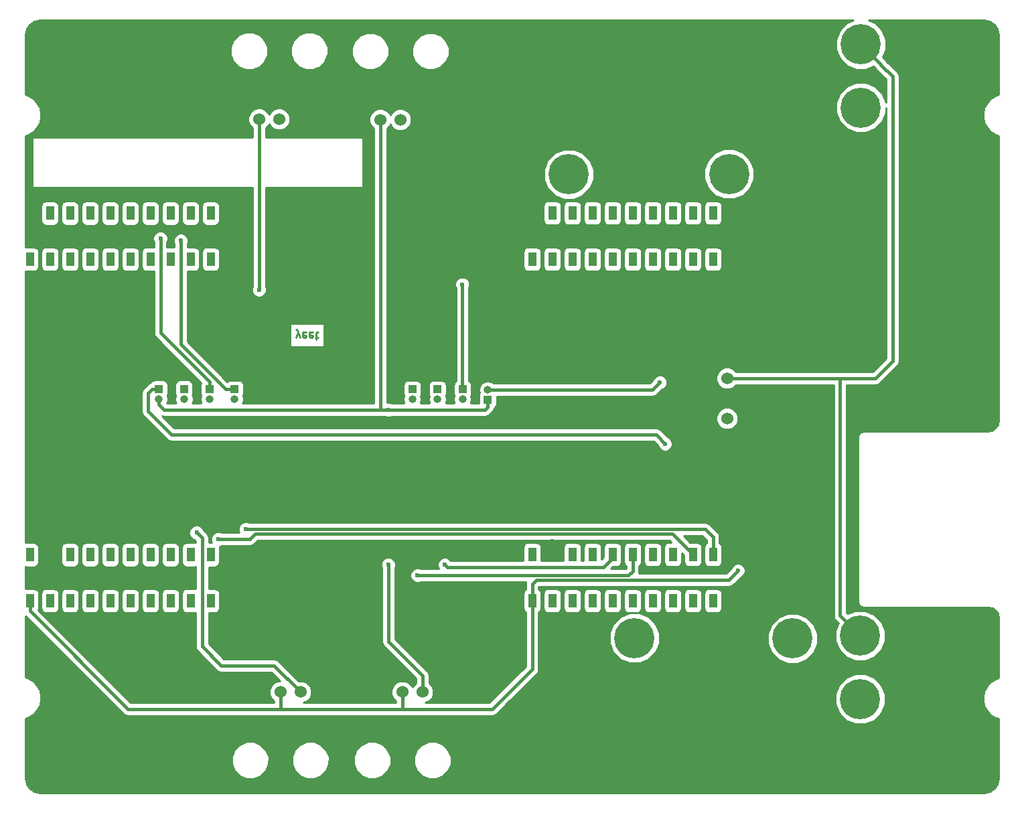
<source format=gbr>
G04 #@! TF.FileFunction,Copper,L2,Bot,Signal*
%FSLAX46Y46*%
G04 Gerber Fmt 4.6, Leading zero omitted, Abs format (unit mm)*
G04 Created by KiCad (PCBNEW 4.0.7) date 04/15/18 20:15:51*
%MOMM*%
%LPD*%
G01*
G04 APERTURE LIST*
%ADD10C,0.100000*%
%ADD11C,0.248000*%
%ADD12C,5.080000*%
%ADD13R,1.000000X1.000000*%
%ADD14O,1.000000X1.000000*%
%ADD15C,1.524000*%
%ADD16R,0.990600X1.778000*%
%ADD17C,0.600000*%
%ADD18C,0.406400*%
%ADD19C,0.254000*%
G04 APERTURE END LIST*
D10*
D11*
X152655695Y-77428571D02*
X152891886Y-76767238D01*
X153128076Y-77428571D02*
X152891886Y-76767238D01*
X152797410Y-76531048D01*
X152750171Y-76483810D01*
X152655695Y-76436571D01*
X153883886Y-76814476D02*
X153789410Y-76767238D01*
X153600458Y-76767238D01*
X153505981Y-76814476D01*
X153458743Y-76908952D01*
X153458743Y-77286857D01*
X153505981Y-77381333D01*
X153600458Y-77428571D01*
X153789410Y-77428571D01*
X153883886Y-77381333D01*
X153931124Y-77286857D01*
X153931124Y-77192381D01*
X153458743Y-77097905D01*
X154734172Y-76814476D02*
X154639696Y-76767238D01*
X154450744Y-76767238D01*
X154356267Y-76814476D01*
X154309029Y-76908952D01*
X154309029Y-77286857D01*
X154356267Y-77381333D01*
X154450744Y-77428571D01*
X154639696Y-77428571D01*
X154734172Y-77381333D01*
X154781410Y-77286857D01*
X154781410Y-77192381D01*
X154309029Y-77097905D01*
X155064839Y-77428571D02*
X155442744Y-77428571D01*
X155206553Y-77759238D02*
X155206553Y-76908952D01*
X155253792Y-76814476D01*
X155348268Y-76767238D01*
X155442744Y-76767238D01*
D12*
X224028000Y-40388000D03*
X224028000Y-48387000D03*
X224028000Y-56388000D03*
X207364600Y-56794400D03*
X215365600Y-56794400D03*
X195403200Y-115468400D03*
X187402200Y-115468400D03*
X187096400Y-56819800D03*
X195097400Y-56819800D03*
X215393000Y-115519200D03*
X207392000Y-115519200D03*
D13*
X144856200Y-83997800D03*
D14*
X144856200Y-85267800D03*
D13*
X141681200Y-83997800D03*
D14*
X141681200Y-85267800D03*
D13*
X176860200Y-85344000D03*
D14*
X176860200Y-84074000D03*
D13*
X173685200Y-84023200D03*
D14*
X173685200Y-85293200D03*
D13*
X138480800Y-83972400D03*
D14*
X138480800Y-85242400D03*
D13*
X135305800Y-83972400D03*
D14*
X135305800Y-85242400D03*
D13*
X170510200Y-84023200D03*
D14*
X170510200Y-85293200D03*
D13*
X167335200Y-84023200D03*
D14*
X167335200Y-85293200D03*
D15*
X153187400Y-122275600D03*
X150647400Y-122275600D03*
X148107400Y-122275600D03*
X163271200Y-49911000D03*
X165811200Y-49911000D03*
X168351200Y-49911000D03*
X147955000Y-49860200D03*
X150495000Y-49860200D03*
X153035000Y-49860200D03*
X168605200Y-122275600D03*
X166065200Y-122275600D03*
X163525200Y-122275600D03*
X207111600Y-82626200D03*
X207111600Y-85166200D03*
X207111600Y-87706200D03*
D12*
X223951800Y-115164600D03*
X223951800Y-123163600D03*
X223951800Y-131164600D03*
D16*
X205333600Y-110744000D03*
X182473600Y-61722000D03*
X182473600Y-67564000D03*
X182473600Y-104902000D03*
X182473600Y-110744000D03*
X118973600Y-61752480D03*
X118973600Y-67564000D03*
X118973600Y-104927400D03*
X118973600Y-110744000D03*
X121513600Y-61752480D03*
X124053600Y-61752480D03*
X126593600Y-61752480D03*
X129133600Y-61752480D03*
X131673600Y-61752480D03*
X134213600Y-61752480D03*
X136753600Y-61752480D03*
X139293600Y-61752480D03*
X141833600Y-61752480D03*
X121513600Y-67564000D03*
X124053600Y-67564000D03*
X126593600Y-67564000D03*
X129133600Y-67564000D03*
X131673600Y-67564000D03*
X134213600Y-67564000D03*
X136753600Y-67564000D03*
X139293600Y-67564000D03*
X141833600Y-67564000D03*
X121513600Y-104927400D03*
X124053600Y-104927400D03*
X126593600Y-104927400D03*
X129133600Y-104927400D03*
X131673600Y-104927400D03*
X134213600Y-104927400D03*
X136753600Y-104927400D03*
X139293600Y-104927400D03*
X141833600Y-104927400D03*
X121513600Y-110744000D03*
X124053600Y-110744000D03*
X126593600Y-110744000D03*
X129133600Y-110744000D03*
X131673600Y-110744000D03*
X134213600Y-110744000D03*
X136753600Y-110744000D03*
X139293600Y-110744000D03*
X141833600Y-110744000D03*
X185013600Y-61722000D03*
X187553600Y-61722000D03*
X190093600Y-61722000D03*
X192633600Y-61722000D03*
X195173600Y-61722000D03*
X197713600Y-61722000D03*
X200253600Y-61722000D03*
X202793600Y-61722000D03*
X205333600Y-61722000D03*
X185013600Y-67564000D03*
X187553600Y-67564000D03*
X190093600Y-67564000D03*
X192633600Y-67564000D03*
X195173600Y-67564000D03*
X197713600Y-67564000D03*
X200253600Y-67564000D03*
X202793600Y-67564000D03*
X205333600Y-67564000D03*
X185013600Y-104902000D03*
X187553600Y-104902000D03*
X190093600Y-104902000D03*
X192633600Y-104902000D03*
X195173600Y-104902000D03*
X197713600Y-104902000D03*
X200253600Y-104902000D03*
X205333600Y-104902000D03*
X185013600Y-110744000D03*
X187553600Y-110744000D03*
X190093600Y-110744000D03*
X192633600Y-110744000D03*
X195173600Y-110744000D03*
X197713600Y-110744000D03*
X200253600Y-110744000D03*
X202793600Y-110744000D03*
X202793600Y-104902000D03*
D17*
X185013600Y-103200200D03*
X145084800Y-110642400D03*
X208508600Y-106934000D03*
X138074400Y-65176400D03*
X146253200Y-101701600D03*
X135483600Y-64973200D03*
X142773400Y-102971600D03*
X164287200Y-86588600D03*
X164287200Y-106172000D03*
X198628000Y-83134200D03*
X173659800Y-70739000D03*
X140055600Y-102133400D03*
X147955000Y-71424800D03*
X199288400Y-90906600D03*
X171424600Y-106172000D03*
X167970200Y-107518200D03*
D18*
X185013600Y-104902000D02*
X185013600Y-103200200D01*
X207111600Y-82626200D02*
X221411800Y-82626200D01*
X221411800Y-82626200D02*
X225856800Y-82626200D01*
X223951800Y-115164600D02*
X221411801Y-112624601D01*
X221411801Y-112624601D02*
X221411800Y-109905800D01*
X221411800Y-109905800D02*
X221411800Y-82626200D01*
X225856800Y-82626200D02*
X228041200Y-80441800D01*
X228041200Y-44475400D02*
X228041200Y-80441800D01*
X226567999Y-43002199D02*
X228041200Y-44475400D01*
X224028000Y-40388000D02*
X226567999Y-42927999D01*
X226567999Y-42927999D02*
X226567999Y-43002199D01*
X182984790Y-108124610D02*
X207317990Y-108124610D01*
X207317990Y-108124610D02*
X208508600Y-106934000D01*
X182473600Y-108635800D02*
X182984790Y-108124610D01*
X182473600Y-110350300D02*
X182473600Y-108635800D01*
X182473600Y-110744000D02*
X182473600Y-110350300D01*
X177393600Y-124460000D02*
X166090600Y-124460000D01*
X166090600Y-124460000D02*
X165582600Y-124460000D01*
X166065200Y-122275600D02*
X166065200Y-124434600D01*
X166065200Y-124434600D02*
X166090600Y-124460000D01*
X182473600Y-119380000D02*
X177393600Y-124460000D01*
X182473600Y-110744000D02*
X182473600Y-119380000D01*
X165582600Y-124460000D02*
X150647400Y-124460000D01*
X150647400Y-124460000D02*
X131394200Y-124460000D01*
X150647400Y-122275600D02*
X150647400Y-123353230D01*
X150647400Y-123353230D02*
X150647400Y-124460000D01*
X131394200Y-124460000D02*
X118973600Y-112039400D01*
X118973600Y-112039400D02*
X118973600Y-110744000D01*
X138074400Y-65176400D02*
X138074400Y-78333600D01*
X138074400Y-78333600D02*
X143738600Y-83997800D01*
X143738600Y-83997800D02*
X144856200Y-83997800D01*
X146253200Y-101701600D02*
X204317600Y-101701600D01*
X204317600Y-101701600D02*
X205333600Y-102717600D01*
X205333600Y-102717600D02*
X205333600Y-104902000D01*
X135483600Y-64973200D02*
X135483600Y-76893800D01*
X141681200Y-83091400D02*
X141681200Y-83997800D01*
X135483600Y-76893800D02*
X141681200Y-83091400D01*
X147447000Y-102308010D02*
X200199610Y-102308010D01*
X200199610Y-102308010D02*
X200863200Y-102971600D01*
X146783410Y-102971600D02*
X147447000Y-102308010D01*
X142773400Y-102971600D02*
X146783410Y-102971600D01*
X200863200Y-102971600D02*
X202793600Y-104902000D01*
X163245800Y-86588600D02*
X164287200Y-86588600D01*
X164287200Y-86588600D02*
X176522000Y-86588600D01*
X168605200Y-120192800D02*
X164287200Y-115874800D01*
X164287200Y-115874800D02*
X164287200Y-106172000D01*
X168605200Y-122275600D02*
X168605200Y-120192800D01*
X135915400Y-86588600D02*
X163245800Y-86588600D01*
X163271200Y-49911000D02*
X163271200Y-86563200D01*
X163271200Y-86563200D02*
X163245800Y-86588600D01*
X135305800Y-85242400D02*
X135305800Y-85949506D01*
X135305800Y-85949506D02*
X135614694Y-86258400D01*
X135614694Y-86287894D02*
X135915400Y-86588600D01*
X135614694Y-86258400D02*
X135614694Y-86287894D01*
X176522000Y-86588600D02*
X176860200Y-86250400D01*
X176860200Y-86250400D02*
X176860200Y-85344000D01*
X197688200Y-84074000D02*
X198628000Y-83134200D01*
X176860200Y-84074000D02*
X197688200Y-84074000D01*
X173659800Y-70739000D02*
X173659800Y-83997800D01*
X173659800Y-83997800D02*
X173685200Y-84023200D01*
X143154400Y-118948200D02*
X149860000Y-118948200D01*
X149860000Y-118948200D02*
X153187400Y-122275600D01*
X140741400Y-116535200D02*
X143154400Y-118948200D01*
X140055600Y-102133400D02*
X140741400Y-102819200D01*
X140741400Y-102819200D02*
X140741400Y-116535200D01*
X147955000Y-71424800D02*
X147955000Y-49860200D01*
X136855200Y-89763600D02*
X198145400Y-89763600D01*
X198145400Y-89763600D02*
X199288400Y-90906600D01*
X133908800Y-86817200D02*
X136855200Y-89763600D01*
X133908800Y-84463000D02*
X133908800Y-86817200D01*
X135305800Y-83972400D02*
X134399400Y-83972400D01*
X134399400Y-83972400D02*
X133908800Y-84463000D01*
X171424600Y-106172000D02*
X171724599Y-106471999D01*
X171724599Y-106471999D02*
X191457301Y-106471999D01*
X191457301Y-106471999D02*
X192633600Y-105295700D01*
X192633600Y-105295700D02*
X192633600Y-104902000D01*
X194640200Y-107518200D02*
X195173600Y-106984800D01*
X195173600Y-106984800D02*
X195173600Y-104902000D01*
X167970200Y-107518200D02*
X194640200Y-107518200D01*
D19*
G36*
X222231857Y-37694796D02*
X221337935Y-38587159D01*
X220853552Y-39753683D01*
X220852450Y-41016776D01*
X221334796Y-42184143D01*
X222227159Y-43078065D01*
X223393683Y-43562448D01*
X224656776Y-43563550D01*
X225620113Y-43165507D01*
X225825886Y-43371280D01*
X225975302Y-43594896D01*
X227203000Y-44822594D01*
X227203000Y-47756893D01*
X226721204Y-46590857D01*
X225828841Y-45696935D01*
X224662317Y-45212552D01*
X223399224Y-45211450D01*
X222231857Y-45693796D01*
X221337935Y-46586159D01*
X220853552Y-47752683D01*
X220852450Y-49015776D01*
X221334796Y-50183143D01*
X222227159Y-51077065D01*
X223393683Y-51561448D01*
X224656776Y-51562550D01*
X225824143Y-51080204D01*
X226718065Y-50187841D01*
X227202448Y-49021317D01*
X227203000Y-48388624D01*
X227203000Y-80094606D01*
X225509606Y-81788000D01*
X208248797Y-81788000D01*
X207903970Y-81442571D01*
X207390700Y-81229443D01*
X206834939Y-81228958D01*
X206321297Y-81441190D01*
X205927971Y-81833830D01*
X205714843Y-82347100D01*
X205714358Y-82902861D01*
X205926590Y-83416503D01*
X206319230Y-83809829D01*
X206832500Y-84022957D01*
X207388261Y-84023442D01*
X207901903Y-83811210D01*
X208249319Y-83464400D01*
X220573600Y-83464400D01*
X220573600Y-109905800D01*
X220573601Y-112624601D01*
X220637405Y-112945367D01*
X220819104Y-113217298D01*
X221174837Y-113573031D01*
X220777352Y-114530283D01*
X220776250Y-115793376D01*
X221258596Y-116960743D01*
X222150959Y-117854665D01*
X223317483Y-118339048D01*
X224580576Y-118340150D01*
X225747943Y-117857804D01*
X226641865Y-116965441D01*
X227126248Y-115798917D01*
X227127350Y-114535824D01*
X226645004Y-113368457D01*
X225752641Y-112474535D01*
X224586117Y-111990152D01*
X223323024Y-111989050D01*
X222359687Y-112387093D01*
X222250001Y-112277407D01*
X222250000Y-109905800D01*
X222250000Y-83464400D01*
X225856800Y-83464400D01*
X226177566Y-83400596D01*
X226449497Y-83218897D01*
X228633897Y-81034497D01*
X228815596Y-80762566D01*
X228879400Y-80441800D01*
X228879400Y-44475400D01*
X228815596Y-44154635D01*
X228633897Y-43882703D01*
X227310112Y-42558918D01*
X227160696Y-42335302D01*
X226804963Y-41979569D01*
X227202448Y-41022317D01*
X227203550Y-39759224D01*
X226721204Y-38591857D01*
X225828841Y-37697935D01*
X225020301Y-37362200D01*
X239604469Y-37362200D01*
X240349949Y-37510485D01*
X240922649Y-37893151D01*
X241305315Y-38465851D01*
X241453600Y-39211331D01*
X241453600Y-46762917D01*
X241257193Y-46801985D01*
X241151179Y-46845898D01*
X241001251Y-46908000D01*
X240350264Y-47342977D01*
X240219673Y-47473569D01*
X240154377Y-47538864D01*
X239719400Y-48189851D01*
X239662270Y-48327776D01*
X239613385Y-48445793D01*
X239460642Y-49213686D01*
X239460643Y-49352200D01*
X239460642Y-49490714D01*
X239613385Y-50258607D01*
X239657298Y-50364621D01*
X239719400Y-50514549D01*
X240154377Y-51165536D01*
X240209128Y-51220286D01*
X240350264Y-51361423D01*
X241001251Y-51796400D01*
X241151179Y-51858502D01*
X241257193Y-51902415D01*
X241453600Y-51941483D01*
X241453600Y-87864869D01*
X241336252Y-88454822D01*
X241041679Y-88895682D01*
X240600823Y-89190251D01*
X240010874Y-89307600D01*
X224383600Y-89307600D01*
X224111895Y-89361646D01*
X223881554Y-89515554D01*
X223727646Y-89745895D01*
X223673600Y-90017600D01*
X223673600Y-110871000D01*
X223727646Y-111142705D01*
X223881554Y-111373046D01*
X224111895Y-111526954D01*
X224383600Y-111581000D01*
X240087069Y-111581000D01*
X240647865Y-111692549D01*
X241063998Y-111970602D01*
X241342051Y-112386735D01*
X241453600Y-112947531D01*
X241453600Y-120499117D01*
X241257193Y-120538185D01*
X241185214Y-120568000D01*
X241001251Y-120644200D01*
X240350264Y-121079177D01*
X240230578Y-121198864D01*
X240154377Y-121275064D01*
X239719400Y-121926051D01*
X239689209Y-121998939D01*
X239613385Y-122181993D01*
X239460642Y-122949886D01*
X239460643Y-123088400D01*
X239460642Y-123226914D01*
X239613385Y-123994807D01*
X239657298Y-124100821D01*
X239719400Y-124250749D01*
X240154377Y-124901736D01*
X240209128Y-124956486D01*
X240350264Y-125097623D01*
X241001251Y-125532600D01*
X241151179Y-125594702D01*
X241257193Y-125638615D01*
X241451776Y-125677320D01*
X241428418Y-133151973D01*
X241279915Y-133898549D01*
X240897249Y-134471249D01*
X240324549Y-134853915D01*
X239579069Y-135002200D01*
X120262731Y-135002200D01*
X119517251Y-134853915D01*
X118944551Y-134471249D01*
X118561885Y-133898549D01*
X118413600Y-133153069D01*
X118413600Y-131378973D01*
X144476991Y-131378973D01*
X144835523Y-132246686D01*
X145498822Y-132911144D01*
X146365908Y-133271189D01*
X147304773Y-133272009D01*
X148172486Y-132913477D01*
X148836944Y-132250178D01*
X149196989Y-131383092D01*
X149196992Y-131378973D01*
X152096991Y-131378973D01*
X152455523Y-132246686D01*
X153118822Y-132911144D01*
X153985908Y-133271189D01*
X154924773Y-133272009D01*
X155792486Y-132913477D01*
X156456944Y-132250178D01*
X156816989Y-131383092D01*
X156816992Y-131378973D01*
X159894791Y-131378973D01*
X160253323Y-132246686D01*
X160916622Y-132911144D01*
X161783708Y-133271189D01*
X162722573Y-133272009D01*
X163590286Y-132913477D01*
X164254744Y-132250178D01*
X164614789Y-131383092D01*
X164614792Y-131378973D01*
X167514791Y-131378973D01*
X167873323Y-132246686D01*
X168536622Y-132911144D01*
X169403708Y-133271189D01*
X170342573Y-133272009D01*
X171210286Y-132913477D01*
X171874744Y-132250178D01*
X172234789Y-131383092D01*
X172235609Y-130444227D01*
X171877077Y-129576514D01*
X171213778Y-128912056D01*
X170346692Y-128552011D01*
X169407827Y-128551191D01*
X168540114Y-128909723D01*
X167875656Y-129573022D01*
X167515611Y-130440108D01*
X167514791Y-131378973D01*
X164614792Y-131378973D01*
X164615609Y-130444227D01*
X164257077Y-129576514D01*
X163593778Y-128912056D01*
X162726692Y-128552011D01*
X161787827Y-128551191D01*
X160920114Y-128909723D01*
X160255656Y-129573022D01*
X159895611Y-130440108D01*
X159894791Y-131378973D01*
X156816992Y-131378973D01*
X156817809Y-130444227D01*
X156459277Y-129576514D01*
X155795978Y-128912056D01*
X154928892Y-128552011D01*
X153990027Y-128551191D01*
X153122314Y-128909723D01*
X152457856Y-129573022D01*
X152097811Y-130440108D01*
X152096991Y-131378973D01*
X149196992Y-131378973D01*
X149197809Y-130444227D01*
X148839277Y-129576514D01*
X148175978Y-128912056D01*
X147308892Y-128552011D01*
X146370027Y-128551191D01*
X145502314Y-128909723D01*
X144837856Y-129573022D01*
X144477811Y-130440108D01*
X144476991Y-131378973D01*
X118413600Y-131378973D01*
X118413600Y-125601483D01*
X118610007Y-125562415D01*
X118716021Y-125518502D01*
X118865949Y-125456400D01*
X119516936Y-125021423D01*
X119582231Y-124956127D01*
X119712823Y-124825536D01*
X120147800Y-124174549D01*
X120222251Y-123994808D01*
X120253815Y-123918607D01*
X120406558Y-123150714D01*
X120406558Y-122873686D01*
X120253815Y-122105793D01*
X120204930Y-121987776D01*
X120147800Y-121849851D01*
X119712823Y-121198864D01*
X119582231Y-121068273D01*
X119516936Y-121002977D01*
X118865949Y-120568000D01*
X118716021Y-120505898D01*
X118610007Y-120461985D01*
X118413600Y-120422917D01*
X118413600Y-112664794D01*
X130801503Y-125052697D01*
X131073434Y-125234396D01*
X131394200Y-125298200D01*
X177393600Y-125298200D01*
X177714366Y-125234396D01*
X177986297Y-125052697D01*
X179246618Y-123792376D01*
X220776250Y-123792376D01*
X221258596Y-124959743D01*
X222150959Y-125853665D01*
X223317483Y-126338048D01*
X224580576Y-126339150D01*
X225747943Y-125856804D01*
X226641865Y-124964441D01*
X227126248Y-123797917D01*
X227127350Y-122534824D01*
X226645004Y-121367457D01*
X225752641Y-120473535D01*
X224586117Y-119989152D01*
X223323024Y-119988050D01*
X222155657Y-120470396D01*
X221261735Y-121362759D01*
X220777352Y-122529283D01*
X220776250Y-123792376D01*
X179246618Y-123792376D01*
X183066297Y-119972697D01*
X183247996Y-119700765D01*
X183311800Y-119380000D01*
X183311800Y-116097176D01*
X192227650Y-116097176D01*
X192709996Y-117264543D01*
X193602359Y-118158465D01*
X194768883Y-118642848D01*
X196031976Y-118643950D01*
X197199343Y-118161604D01*
X198093265Y-117269241D01*
X198558854Y-116147976D01*
X212217450Y-116147976D01*
X212699796Y-117315343D01*
X213592159Y-118209265D01*
X214758683Y-118693648D01*
X216021776Y-118694750D01*
X217189143Y-118212404D01*
X218083065Y-117320041D01*
X218567448Y-116153517D01*
X218568550Y-114890424D01*
X218086204Y-113723057D01*
X217193841Y-112829135D01*
X216027317Y-112344752D01*
X214764224Y-112343650D01*
X213596857Y-112825996D01*
X212702935Y-113718359D01*
X212218552Y-114884883D01*
X212217450Y-116147976D01*
X198558854Y-116147976D01*
X198577648Y-116102717D01*
X198578750Y-114839624D01*
X198096404Y-113672257D01*
X197204041Y-112778335D01*
X196037517Y-112293952D01*
X194774424Y-112292850D01*
X193607057Y-112775196D01*
X192713135Y-113667559D01*
X192228752Y-114834083D01*
X192227650Y-116097176D01*
X183311800Y-116097176D01*
X183311800Y-112166934D01*
X183420341Y-112097090D01*
X183565331Y-111884890D01*
X183616340Y-111633000D01*
X183616340Y-109855000D01*
X183870860Y-109855000D01*
X183870860Y-111633000D01*
X183915138Y-111868317D01*
X184054210Y-112084441D01*
X184266410Y-112229431D01*
X184518300Y-112280440D01*
X185508900Y-112280440D01*
X185744217Y-112236162D01*
X185960341Y-112097090D01*
X186105331Y-111884890D01*
X186156340Y-111633000D01*
X186156340Y-109855000D01*
X186410860Y-109855000D01*
X186410860Y-111633000D01*
X186455138Y-111868317D01*
X186594210Y-112084441D01*
X186806410Y-112229431D01*
X187058300Y-112280440D01*
X188048900Y-112280440D01*
X188284217Y-112236162D01*
X188500341Y-112097090D01*
X188645331Y-111884890D01*
X188696340Y-111633000D01*
X188696340Y-109855000D01*
X188950860Y-109855000D01*
X188950860Y-111633000D01*
X188995138Y-111868317D01*
X189134210Y-112084441D01*
X189346410Y-112229431D01*
X189598300Y-112280440D01*
X190588900Y-112280440D01*
X190824217Y-112236162D01*
X191040341Y-112097090D01*
X191185331Y-111884890D01*
X191236340Y-111633000D01*
X191236340Y-109855000D01*
X191490860Y-109855000D01*
X191490860Y-111633000D01*
X191535138Y-111868317D01*
X191674210Y-112084441D01*
X191886410Y-112229431D01*
X192138300Y-112280440D01*
X193128900Y-112280440D01*
X193364217Y-112236162D01*
X193580341Y-112097090D01*
X193725331Y-111884890D01*
X193776340Y-111633000D01*
X193776340Y-109855000D01*
X194030860Y-109855000D01*
X194030860Y-111633000D01*
X194075138Y-111868317D01*
X194214210Y-112084441D01*
X194426410Y-112229431D01*
X194678300Y-112280440D01*
X195668900Y-112280440D01*
X195904217Y-112236162D01*
X196120341Y-112097090D01*
X196265331Y-111884890D01*
X196316340Y-111633000D01*
X196316340Y-109855000D01*
X196570860Y-109855000D01*
X196570860Y-111633000D01*
X196615138Y-111868317D01*
X196754210Y-112084441D01*
X196966410Y-112229431D01*
X197218300Y-112280440D01*
X198208900Y-112280440D01*
X198444217Y-112236162D01*
X198660341Y-112097090D01*
X198805331Y-111884890D01*
X198856340Y-111633000D01*
X198856340Y-109855000D01*
X199110860Y-109855000D01*
X199110860Y-111633000D01*
X199155138Y-111868317D01*
X199294210Y-112084441D01*
X199506410Y-112229431D01*
X199758300Y-112280440D01*
X200748900Y-112280440D01*
X200984217Y-112236162D01*
X201200341Y-112097090D01*
X201345331Y-111884890D01*
X201396340Y-111633000D01*
X201396340Y-109855000D01*
X201650860Y-109855000D01*
X201650860Y-111633000D01*
X201695138Y-111868317D01*
X201834210Y-112084441D01*
X202046410Y-112229431D01*
X202298300Y-112280440D01*
X203288900Y-112280440D01*
X203524217Y-112236162D01*
X203740341Y-112097090D01*
X203885331Y-111884890D01*
X203936340Y-111633000D01*
X203936340Y-109855000D01*
X204190860Y-109855000D01*
X204190860Y-111633000D01*
X204235138Y-111868317D01*
X204374210Y-112084441D01*
X204586410Y-112229431D01*
X204838300Y-112280440D01*
X205828900Y-112280440D01*
X206064217Y-112236162D01*
X206280341Y-112097090D01*
X206425331Y-111884890D01*
X206476340Y-111633000D01*
X206476340Y-109855000D01*
X206432062Y-109619683D01*
X206292990Y-109403559D01*
X206080790Y-109258569D01*
X205828900Y-109207560D01*
X204838300Y-109207560D01*
X204602983Y-109251838D01*
X204386859Y-109390910D01*
X204241869Y-109603110D01*
X204190860Y-109855000D01*
X203936340Y-109855000D01*
X203892062Y-109619683D01*
X203752990Y-109403559D01*
X203540790Y-109258569D01*
X203288900Y-109207560D01*
X202298300Y-109207560D01*
X202062983Y-109251838D01*
X201846859Y-109390910D01*
X201701869Y-109603110D01*
X201650860Y-109855000D01*
X201396340Y-109855000D01*
X201352062Y-109619683D01*
X201212990Y-109403559D01*
X201000790Y-109258569D01*
X200748900Y-109207560D01*
X199758300Y-109207560D01*
X199522983Y-109251838D01*
X199306859Y-109390910D01*
X199161869Y-109603110D01*
X199110860Y-109855000D01*
X198856340Y-109855000D01*
X198812062Y-109619683D01*
X198672990Y-109403559D01*
X198460790Y-109258569D01*
X198208900Y-109207560D01*
X197218300Y-109207560D01*
X196982983Y-109251838D01*
X196766859Y-109390910D01*
X196621869Y-109603110D01*
X196570860Y-109855000D01*
X196316340Y-109855000D01*
X196272062Y-109619683D01*
X196132990Y-109403559D01*
X195920790Y-109258569D01*
X195668900Y-109207560D01*
X194678300Y-109207560D01*
X194442983Y-109251838D01*
X194226859Y-109390910D01*
X194081869Y-109603110D01*
X194030860Y-109855000D01*
X193776340Y-109855000D01*
X193732062Y-109619683D01*
X193592990Y-109403559D01*
X193380790Y-109258569D01*
X193128900Y-109207560D01*
X192138300Y-109207560D01*
X191902983Y-109251838D01*
X191686859Y-109390910D01*
X191541869Y-109603110D01*
X191490860Y-109855000D01*
X191236340Y-109855000D01*
X191192062Y-109619683D01*
X191052990Y-109403559D01*
X190840790Y-109258569D01*
X190588900Y-109207560D01*
X189598300Y-109207560D01*
X189362983Y-109251838D01*
X189146859Y-109390910D01*
X189001869Y-109603110D01*
X188950860Y-109855000D01*
X188696340Y-109855000D01*
X188652062Y-109619683D01*
X188512990Y-109403559D01*
X188300790Y-109258569D01*
X188048900Y-109207560D01*
X187058300Y-109207560D01*
X186822983Y-109251838D01*
X186606859Y-109390910D01*
X186461869Y-109603110D01*
X186410860Y-109855000D01*
X186156340Y-109855000D01*
X186112062Y-109619683D01*
X185972990Y-109403559D01*
X185760790Y-109258569D01*
X185508900Y-109207560D01*
X184518300Y-109207560D01*
X184282983Y-109251838D01*
X184066859Y-109390910D01*
X183921869Y-109603110D01*
X183870860Y-109855000D01*
X183616340Y-109855000D01*
X183572062Y-109619683D01*
X183432990Y-109403559D01*
X183311800Y-109320753D01*
X183311800Y-108982994D01*
X183331984Y-108962810D01*
X207317990Y-108962810D01*
X207638756Y-108899006D01*
X207910687Y-108717307D01*
X208804646Y-107823348D01*
X209037543Y-107727117D01*
X209300792Y-107464327D01*
X209443438Y-107120799D01*
X209443762Y-106748833D01*
X209301717Y-106405057D01*
X209038927Y-106141808D01*
X208695399Y-105999162D01*
X208323433Y-105998838D01*
X207979657Y-106140883D01*
X207716408Y-106403673D01*
X207619036Y-106638170D01*
X206970796Y-107286410D01*
X195951806Y-107286410D01*
X196011800Y-106984800D01*
X196011800Y-106324934D01*
X196120341Y-106255090D01*
X196265331Y-106042890D01*
X196316340Y-105791000D01*
X196316340Y-104013000D01*
X196570860Y-104013000D01*
X196570860Y-105791000D01*
X196615138Y-106026317D01*
X196754210Y-106242441D01*
X196966410Y-106387431D01*
X197218300Y-106438440D01*
X198208900Y-106438440D01*
X198444217Y-106394162D01*
X198660341Y-106255090D01*
X198805331Y-106042890D01*
X198856340Y-105791000D01*
X198856340Y-104013000D01*
X198812062Y-103777683D01*
X198672990Y-103561559D01*
X198460790Y-103416569D01*
X198208900Y-103365560D01*
X197218300Y-103365560D01*
X196982983Y-103409838D01*
X196766859Y-103548910D01*
X196621869Y-103761110D01*
X196570860Y-104013000D01*
X196316340Y-104013000D01*
X196272062Y-103777683D01*
X196132990Y-103561559D01*
X195920790Y-103416569D01*
X195668900Y-103365560D01*
X194678300Y-103365560D01*
X194442983Y-103409838D01*
X194226859Y-103548910D01*
X194081869Y-103761110D01*
X194030860Y-104013000D01*
X194030860Y-105791000D01*
X194075138Y-106026317D01*
X194214210Y-106242441D01*
X194335400Y-106325247D01*
X194335400Y-106637606D01*
X194293006Y-106680000D01*
X192434694Y-106680000D01*
X192676254Y-106438440D01*
X193128900Y-106438440D01*
X193364217Y-106394162D01*
X193580341Y-106255090D01*
X193725331Y-106042890D01*
X193776340Y-105791000D01*
X193776340Y-104013000D01*
X193732062Y-103777683D01*
X193592990Y-103561559D01*
X193380790Y-103416569D01*
X193128900Y-103365560D01*
X192138300Y-103365560D01*
X191902983Y-103409838D01*
X191686859Y-103548910D01*
X191541869Y-103761110D01*
X191490860Y-104013000D01*
X191490860Y-105253046D01*
X191236340Y-105507566D01*
X191236340Y-104013000D01*
X191192062Y-103777683D01*
X191052990Y-103561559D01*
X190840790Y-103416569D01*
X190588900Y-103365560D01*
X189598300Y-103365560D01*
X189362983Y-103409838D01*
X189146859Y-103548910D01*
X189001869Y-103761110D01*
X188950860Y-104013000D01*
X188950860Y-105633799D01*
X188696340Y-105633799D01*
X188696340Y-104013000D01*
X188652062Y-103777683D01*
X188512990Y-103561559D01*
X188300790Y-103416569D01*
X188048900Y-103365560D01*
X187058300Y-103365560D01*
X186822983Y-103409838D01*
X186606859Y-103548910D01*
X186461869Y-103761110D01*
X186410860Y-104013000D01*
X186410860Y-105633799D01*
X183616340Y-105633799D01*
X183616340Y-104013000D01*
X183572062Y-103777683D01*
X183432990Y-103561559D01*
X183220790Y-103416569D01*
X182968900Y-103365560D01*
X181978300Y-103365560D01*
X181742983Y-103409838D01*
X181526859Y-103548910D01*
X181381869Y-103761110D01*
X181330860Y-104013000D01*
X181330860Y-105633799D01*
X172208475Y-105633799D01*
X171954927Y-105379808D01*
X171611399Y-105237162D01*
X171239433Y-105236838D01*
X170895657Y-105378883D01*
X170632408Y-105641673D01*
X170489762Y-105985201D01*
X170489438Y-106357167D01*
X170622830Y-106680000D01*
X168389728Y-106680000D01*
X168156999Y-106583362D01*
X167785033Y-106583038D01*
X167441257Y-106725083D01*
X167178008Y-106987873D01*
X167035362Y-107331401D01*
X167035038Y-107703367D01*
X167177083Y-108047143D01*
X167439873Y-108310392D01*
X167783401Y-108453038D01*
X168155367Y-108453362D01*
X168390034Y-108356400D01*
X181690976Y-108356400D01*
X181671689Y-108453362D01*
X181635400Y-108635800D01*
X181635400Y-109321066D01*
X181526859Y-109390910D01*
X181381869Y-109603110D01*
X181330860Y-109855000D01*
X181330860Y-111633000D01*
X181375138Y-111868317D01*
X181514210Y-112084441D01*
X181635400Y-112167247D01*
X181635400Y-119032806D01*
X177046406Y-123621800D01*
X169005392Y-123621800D01*
X169395503Y-123460610D01*
X169788829Y-123067970D01*
X170001957Y-122554700D01*
X170002442Y-121998939D01*
X169790210Y-121485297D01*
X169443400Y-121137881D01*
X169443400Y-120192800D01*
X169379596Y-119872035D01*
X169379596Y-119872034D01*
X169197897Y-119600103D01*
X165125400Y-115527606D01*
X165125400Y-106591528D01*
X165222038Y-106358799D01*
X165222362Y-105986833D01*
X165080317Y-105643057D01*
X164817527Y-105379808D01*
X164473999Y-105237162D01*
X164102033Y-105236838D01*
X163758257Y-105378883D01*
X163495008Y-105641673D01*
X163352362Y-105985201D01*
X163352038Y-106357167D01*
X163449000Y-106591834D01*
X163449000Y-115874800D01*
X163512804Y-116195566D01*
X163694503Y-116467497D01*
X167767000Y-120539994D01*
X167767000Y-121138403D01*
X167421571Y-121483230D01*
X167335251Y-121691112D01*
X167250210Y-121485297D01*
X166857570Y-121091971D01*
X166344300Y-120878843D01*
X165788539Y-120878358D01*
X165274897Y-121090590D01*
X164881571Y-121483230D01*
X164668443Y-121996500D01*
X164667958Y-122552261D01*
X164880190Y-123065903D01*
X165227000Y-123413319D01*
X165227000Y-123621800D01*
X153587592Y-123621800D01*
X153977703Y-123460610D01*
X154371029Y-123067970D01*
X154584157Y-122554700D01*
X154584642Y-121998939D01*
X154372410Y-121485297D01*
X153979770Y-121091971D01*
X153466500Y-120878843D01*
X152975609Y-120878415D01*
X150452697Y-118355503D01*
X150180766Y-118173804D01*
X149860000Y-118110000D01*
X143501594Y-118110000D01*
X141579600Y-116188006D01*
X141579600Y-112280440D01*
X142328900Y-112280440D01*
X142564217Y-112236162D01*
X142780341Y-112097090D01*
X142925331Y-111884890D01*
X142976340Y-111633000D01*
X142976340Y-109855000D01*
X142932062Y-109619683D01*
X142792990Y-109403559D01*
X142580790Y-109258569D01*
X142328900Y-109207560D01*
X141579600Y-109207560D01*
X141579600Y-106463840D01*
X142328900Y-106463840D01*
X142564217Y-106419562D01*
X142780341Y-106280490D01*
X142925331Y-106068290D01*
X142976340Y-105816400D01*
X142976340Y-104038400D01*
X142951569Y-103906756D01*
X142958567Y-103906762D01*
X143193234Y-103809800D01*
X146783410Y-103809800D01*
X147104176Y-103745996D01*
X147376107Y-103564297D01*
X147794194Y-103146210D01*
X199852416Y-103146210D01*
X200071766Y-103365560D01*
X199758300Y-103365560D01*
X199522983Y-103409838D01*
X199306859Y-103548910D01*
X199161869Y-103761110D01*
X199110860Y-104013000D01*
X199110860Y-105791000D01*
X199155138Y-106026317D01*
X199294210Y-106242441D01*
X199506410Y-106387431D01*
X199758300Y-106438440D01*
X200748900Y-106438440D01*
X200984217Y-106394162D01*
X201200341Y-106255090D01*
X201345331Y-106042890D01*
X201396340Y-105791000D01*
X201396340Y-104690134D01*
X201650860Y-104944654D01*
X201650860Y-105791000D01*
X201695138Y-106026317D01*
X201834210Y-106242441D01*
X202046410Y-106387431D01*
X202298300Y-106438440D01*
X203288900Y-106438440D01*
X203524217Y-106394162D01*
X203740341Y-106255090D01*
X203885331Y-106042890D01*
X203936340Y-105791000D01*
X203936340Y-104013000D01*
X203892062Y-103777683D01*
X203752990Y-103561559D01*
X203540790Y-103416569D01*
X203288900Y-103365560D01*
X202442554Y-103365560D01*
X201616794Y-102539800D01*
X203970406Y-102539800D01*
X204495400Y-103064794D01*
X204495400Y-103479066D01*
X204386859Y-103548910D01*
X204241869Y-103761110D01*
X204190860Y-104013000D01*
X204190860Y-105791000D01*
X204235138Y-106026317D01*
X204374210Y-106242441D01*
X204586410Y-106387431D01*
X204838300Y-106438440D01*
X205828900Y-106438440D01*
X206064217Y-106394162D01*
X206280341Y-106255090D01*
X206425331Y-106042890D01*
X206476340Y-105791000D01*
X206476340Y-104013000D01*
X206432062Y-103777683D01*
X206292990Y-103561559D01*
X206171800Y-103478753D01*
X206171800Y-102717600D01*
X206154132Y-102628775D01*
X206107996Y-102396834D01*
X205926297Y-102124903D01*
X204910297Y-101108903D01*
X204638366Y-100927204D01*
X204317600Y-100863400D01*
X146672728Y-100863400D01*
X146439999Y-100766762D01*
X146068033Y-100766438D01*
X145724257Y-100908483D01*
X145461008Y-101171273D01*
X145318362Y-101514801D01*
X145318038Y-101886767D01*
X145419944Y-102133400D01*
X143192928Y-102133400D01*
X142960199Y-102036762D01*
X142588233Y-102036438D01*
X142244457Y-102178483D01*
X141981208Y-102441273D01*
X141838562Y-102784801D01*
X141838238Y-103156767D01*
X141935004Y-103390960D01*
X141579600Y-103390960D01*
X141579600Y-102819200D01*
X141515796Y-102498435D01*
X141334097Y-102226503D01*
X140944948Y-101837354D01*
X140848717Y-101604457D01*
X140585927Y-101341208D01*
X140242399Y-101198562D01*
X139870433Y-101198238D01*
X139526657Y-101340283D01*
X139263408Y-101603073D01*
X139120762Y-101946601D01*
X139120438Y-102318567D01*
X139262483Y-102662343D01*
X139525273Y-102925592D01*
X139759770Y-103022964D01*
X139903200Y-103166394D01*
X139903200Y-103414106D01*
X139788900Y-103390960D01*
X138798300Y-103390960D01*
X138562983Y-103435238D01*
X138346859Y-103574310D01*
X138201869Y-103786510D01*
X138150860Y-104038400D01*
X138150860Y-105816400D01*
X138195138Y-106051717D01*
X138334210Y-106267841D01*
X138546410Y-106412831D01*
X138798300Y-106463840D01*
X139788900Y-106463840D01*
X139903200Y-106442333D01*
X139903200Y-109230706D01*
X139788900Y-109207560D01*
X138798300Y-109207560D01*
X138562983Y-109251838D01*
X138346859Y-109390910D01*
X138201869Y-109603110D01*
X138150860Y-109855000D01*
X138150860Y-111633000D01*
X138195138Y-111868317D01*
X138334210Y-112084441D01*
X138546410Y-112229431D01*
X138798300Y-112280440D01*
X139788900Y-112280440D01*
X139903200Y-112258933D01*
X139903200Y-116535200D01*
X139967004Y-116855966D01*
X140148703Y-117127897D01*
X142561703Y-119540897D01*
X142833634Y-119722596D01*
X143154400Y-119786400D01*
X149512806Y-119786400D01*
X150604968Y-120878562D01*
X150370739Y-120878358D01*
X149857097Y-121090590D01*
X149463771Y-121483230D01*
X149250643Y-121996500D01*
X149250158Y-122552261D01*
X149462390Y-123065903D01*
X149809200Y-123413319D01*
X149809200Y-123621800D01*
X131741394Y-123621800D01*
X120040632Y-111921038D01*
X120065331Y-111884890D01*
X120116340Y-111633000D01*
X120116340Y-109855000D01*
X120370860Y-109855000D01*
X120370860Y-111633000D01*
X120415138Y-111868317D01*
X120554210Y-112084441D01*
X120766410Y-112229431D01*
X121018300Y-112280440D01*
X122008900Y-112280440D01*
X122244217Y-112236162D01*
X122460341Y-112097090D01*
X122605331Y-111884890D01*
X122656340Y-111633000D01*
X122656340Y-109855000D01*
X122910860Y-109855000D01*
X122910860Y-111633000D01*
X122955138Y-111868317D01*
X123094210Y-112084441D01*
X123306410Y-112229431D01*
X123558300Y-112280440D01*
X124548900Y-112280440D01*
X124784217Y-112236162D01*
X125000341Y-112097090D01*
X125145331Y-111884890D01*
X125196340Y-111633000D01*
X125196340Y-109855000D01*
X125450860Y-109855000D01*
X125450860Y-111633000D01*
X125495138Y-111868317D01*
X125634210Y-112084441D01*
X125846410Y-112229431D01*
X126098300Y-112280440D01*
X127088900Y-112280440D01*
X127324217Y-112236162D01*
X127540341Y-112097090D01*
X127685331Y-111884890D01*
X127736340Y-111633000D01*
X127736340Y-109855000D01*
X127990860Y-109855000D01*
X127990860Y-111633000D01*
X128035138Y-111868317D01*
X128174210Y-112084441D01*
X128386410Y-112229431D01*
X128638300Y-112280440D01*
X129628900Y-112280440D01*
X129864217Y-112236162D01*
X130080341Y-112097090D01*
X130225331Y-111884890D01*
X130276340Y-111633000D01*
X130276340Y-109855000D01*
X130530860Y-109855000D01*
X130530860Y-111633000D01*
X130575138Y-111868317D01*
X130714210Y-112084441D01*
X130926410Y-112229431D01*
X131178300Y-112280440D01*
X132168900Y-112280440D01*
X132404217Y-112236162D01*
X132620341Y-112097090D01*
X132765331Y-111884890D01*
X132816340Y-111633000D01*
X132816340Y-109855000D01*
X133070860Y-109855000D01*
X133070860Y-111633000D01*
X133115138Y-111868317D01*
X133254210Y-112084441D01*
X133466410Y-112229431D01*
X133718300Y-112280440D01*
X134708900Y-112280440D01*
X134944217Y-112236162D01*
X135160341Y-112097090D01*
X135305331Y-111884890D01*
X135356340Y-111633000D01*
X135356340Y-109855000D01*
X135610860Y-109855000D01*
X135610860Y-111633000D01*
X135655138Y-111868317D01*
X135794210Y-112084441D01*
X136006410Y-112229431D01*
X136258300Y-112280440D01*
X137248900Y-112280440D01*
X137484217Y-112236162D01*
X137700341Y-112097090D01*
X137845331Y-111884890D01*
X137896340Y-111633000D01*
X137896340Y-109855000D01*
X137852062Y-109619683D01*
X137712990Y-109403559D01*
X137500790Y-109258569D01*
X137248900Y-109207560D01*
X136258300Y-109207560D01*
X136022983Y-109251838D01*
X135806859Y-109390910D01*
X135661869Y-109603110D01*
X135610860Y-109855000D01*
X135356340Y-109855000D01*
X135312062Y-109619683D01*
X135172990Y-109403559D01*
X134960790Y-109258569D01*
X134708900Y-109207560D01*
X133718300Y-109207560D01*
X133482983Y-109251838D01*
X133266859Y-109390910D01*
X133121869Y-109603110D01*
X133070860Y-109855000D01*
X132816340Y-109855000D01*
X132772062Y-109619683D01*
X132632990Y-109403559D01*
X132420790Y-109258569D01*
X132168900Y-109207560D01*
X131178300Y-109207560D01*
X130942983Y-109251838D01*
X130726859Y-109390910D01*
X130581869Y-109603110D01*
X130530860Y-109855000D01*
X130276340Y-109855000D01*
X130232062Y-109619683D01*
X130092990Y-109403559D01*
X129880790Y-109258569D01*
X129628900Y-109207560D01*
X128638300Y-109207560D01*
X128402983Y-109251838D01*
X128186859Y-109390910D01*
X128041869Y-109603110D01*
X127990860Y-109855000D01*
X127736340Y-109855000D01*
X127692062Y-109619683D01*
X127552990Y-109403559D01*
X127340790Y-109258569D01*
X127088900Y-109207560D01*
X126098300Y-109207560D01*
X125862983Y-109251838D01*
X125646859Y-109390910D01*
X125501869Y-109603110D01*
X125450860Y-109855000D01*
X125196340Y-109855000D01*
X125152062Y-109619683D01*
X125012990Y-109403559D01*
X124800790Y-109258569D01*
X124548900Y-109207560D01*
X123558300Y-109207560D01*
X123322983Y-109251838D01*
X123106859Y-109390910D01*
X122961869Y-109603110D01*
X122910860Y-109855000D01*
X122656340Y-109855000D01*
X122612062Y-109619683D01*
X122472990Y-109403559D01*
X122260790Y-109258569D01*
X122008900Y-109207560D01*
X121018300Y-109207560D01*
X120782983Y-109251838D01*
X120566859Y-109390910D01*
X120421869Y-109603110D01*
X120370860Y-109855000D01*
X120116340Y-109855000D01*
X120072062Y-109619683D01*
X119932990Y-109403559D01*
X119720790Y-109258569D01*
X119468900Y-109207560D01*
X118478300Y-109207560D01*
X118413600Y-109219734D01*
X118413600Y-106450738D01*
X118478300Y-106463840D01*
X119468900Y-106463840D01*
X119704217Y-106419562D01*
X119920341Y-106280490D01*
X120065331Y-106068290D01*
X120116340Y-105816400D01*
X120116340Y-104038400D01*
X122910860Y-104038400D01*
X122910860Y-105816400D01*
X122955138Y-106051717D01*
X123094210Y-106267841D01*
X123306410Y-106412831D01*
X123558300Y-106463840D01*
X124548900Y-106463840D01*
X124784217Y-106419562D01*
X125000341Y-106280490D01*
X125145331Y-106068290D01*
X125196340Y-105816400D01*
X125196340Y-104038400D01*
X125450860Y-104038400D01*
X125450860Y-105816400D01*
X125495138Y-106051717D01*
X125634210Y-106267841D01*
X125846410Y-106412831D01*
X126098300Y-106463840D01*
X127088900Y-106463840D01*
X127324217Y-106419562D01*
X127540341Y-106280490D01*
X127685331Y-106068290D01*
X127736340Y-105816400D01*
X127736340Y-104038400D01*
X127990860Y-104038400D01*
X127990860Y-105816400D01*
X128035138Y-106051717D01*
X128174210Y-106267841D01*
X128386410Y-106412831D01*
X128638300Y-106463840D01*
X129628900Y-106463840D01*
X129864217Y-106419562D01*
X130080341Y-106280490D01*
X130225331Y-106068290D01*
X130276340Y-105816400D01*
X130276340Y-104038400D01*
X130530860Y-104038400D01*
X130530860Y-105816400D01*
X130575138Y-106051717D01*
X130714210Y-106267841D01*
X130926410Y-106412831D01*
X131178300Y-106463840D01*
X132168900Y-106463840D01*
X132404217Y-106419562D01*
X132620341Y-106280490D01*
X132765331Y-106068290D01*
X132816340Y-105816400D01*
X132816340Y-104038400D01*
X133070860Y-104038400D01*
X133070860Y-105816400D01*
X133115138Y-106051717D01*
X133254210Y-106267841D01*
X133466410Y-106412831D01*
X133718300Y-106463840D01*
X134708900Y-106463840D01*
X134944217Y-106419562D01*
X135160341Y-106280490D01*
X135305331Y-106068290D01*
X135356340Y-105816400D01*
X135356340Y-104038400D01*
X135610860Y-104038400D01*
X135610860Y-105816400D01*
X135655138Y-106051717D01*
X135794210Y-106267841D01*
X136006410Y-106412831D01*
X136258300Y-106463840D01*
X137248900Y-106463840D01*
X137484217Y-106419562D01*
X137700341Y-106280490D01*
X137845331Y-106068290D01*
X137896340Y-105816400D01*
X137896340Y-104038400D01*
X137852062Y-103803083D01*
X137712990Y-103586959D01*
X137500790Y-103441969D01*
X137248900Y-103390960D01*
X136258300Y-103390960D01*
X136022983Y-103435238D01*
X135806859Y-103574310D01*
X135661869Y-103786510D01*
X135610860Y-104038400D01*
X135356340Y-104038400D01*
X135312062Y-103803083D01*
X135172990Y-103586959D01*
X134960790Y-103441969D01*
X134708900Y-103390960D01*
X133718300Y-103390960D01*
X133482983Y-103435238D01*
X133266859Y-103574310D01*
X133121869Y-103786510D01*
X133070860Y-104038400D01*
X132816340Y-104038400D01*
X132772062Y-103803083D01*
X132632990Y-103586959D01*
X132420790Y-103441969D01*
X132168900Y-103390960D01*
X131178300Y-103390960D01*
X130942983Y-103435238D01*
X130726859Y-103574310D01*
X130581869Y-103786510D01*
X130530860Y-104038400D01*
X130276340Y-104038400D01*
X130232062Y-103803083D01*
X130092990Y-103586959D01*
X129880790Y-103441969D01*
X129628900Y-103390960D01*
X128638300Y-103390960D01*
X128402983Y-103435238D01*
X128186859Y-103574310D01*
X128041869Y-103786510D01*
X127990860Y-104038400D01*
X127736340Y-104038400D01*
X127692062Y-103803083D01*
X127552990Y-103586959D01*
X127340790Y-103441969D01*
X127088900Y-103390960D01*
X126098300Y-103390960D01*
X125862983Y-103435238D01*
X125646859Y-103574310D01*
X125501869Y-103786510D01*
X125450860Y-104038400D01*
X125196340Y-104038400D01*
X125152062Y-103803083D01*
X125012990Y-103586959D01*
X124800790Y-103441969D01*
X124548900Y-103390960D01*
X123558300Y-103390960D01*
X123322983Y-103435238D01*
X123106859Y-103574310D01*
X122961869Y-103786510D01*
X122910860Y-104038400D01*
X120116340Y-104038400D01*
X120072062Y-103803083D01*
X119932990Y-103586959D01*
X119720790Y-103441969D01*
X119468900Y-103390960D01*
X118478300Y-103390960D01*
X118413600Y-103403134D01*
X118413600Y-84463000D01*
X133070600Y-84463000D01*
X133070600Y-86817200D01*
X133134404Y-87137966D01*
X133316103Y-87409897D01*
X136262503Y-90356297D01*
X136534435Y-90537996D01*
X136855200Y-90601800D01*
X197798206Y-90601800D01*
X198399052Y-91202646D01*
X198495283Y-91435543D01*
X198758073Y-91698792D01*
X199101601Y-91841438D01*
X199473567Y-91841762D01*
X199817343Y-91699717D01*
X200080592Y-91436927D01*
X200223238Y-91093399D01*
X200223562Y-90721433D01*
X200081517Y-90377657D01*
X199818727Y-90114408D01*
X199584230Y-90017036D01*
X198738097Y-89170903D01*
X198466166Y-88989204D01*
X198145400Y-88925400D01*
X137202394Y-88925400D01*
X136259855Y-87982861D01*
X205714358Y-87982861D01*
X205926590Y-88496503D01*
X206319230Y-88889829D01*
X206832500Y-89102957D01*
X207388261Y-89103442D01*
X207901903Y-88891210D01*
X208295229Y-88498570D01*
X208508357Y-87985300D01*
X208508842Y-87429539D01*
X208296610Y-86915897D01*
X207903970Y-86522571D01*
X207390700Y-86309443D01*
X206834939Y-86308958D01*
X206321297Y-86521190D01*
X205927971Y-86913830D01*
X205714843Y-87427100D01*
X205714358Y-87982861D01*
X136259855Y-87982861D01*
X135651252Y-87374258D01*
X135915400Y-87426800D01*
X163867672Y-87426800D01*
X164100401Y-87523438D01*
X164472367Y-87523762D01*
X164707034Y-87426800D01*
X176522000Y-87426800D01*
X176842766Y-87362996D01*
X177114697Y-87181297D01*
X177452897Y-86843097D01*
X177634596Y-86571166D01*
X177668619Y-86400122D01*
X177811641Y-86308090D01*
X177956631Y-86095890D01*
X178007640Y-85844000D01*
X178007640Y-84912200D01*
X197688200Y-84912200D01*
X198008966Y-84848396D01*
X198280897Y-84666697D01*
X198924046Y-84023548D01*
X199156943Y-83927317D01*
X199420192Y-83664527D01*
X199562838Y-83320999D01*
X199563162Y-82949033D01*
X199421117Y-82605257D01*
X199158327Y-82342008D01*
X198814799Y-82199362D01*
X198442833Y-82199038D01*
X198099057Y-82341083D01*
X197835808Y-82603873D01*
X197738436Y-82838370D01*
X197341006Y-83235800D01*
X177631672Y-83235800D01*
X177316782Y-83025397D01*
X176882436Y-82939000D01*
X176837964Y-82939000D01*
X176403618Y-83025397D01*
X176035398Y-83271434D01*
X175789361Y-83639654D01*
X175702964Y-84074000D01*
X175789361Y-84508346D01*
X175805005Y-84531759D01*
X175763769Y-84592110D01*
X175712760Y-84844000D01*
X175712760Y-85750400D01*
X174740768Y-85750400D01*
X174756039Y-85727546D01*
X174842436Y-85293200D01*
X174756039Y-84858854D01*
X174740395Y-84835441D01*
X174781631Y-84775090D01*
X174832640Y-84523200D01*
X174832640Y-83523200D01*
X174788362Y-83287883D01*
X174649290Y-83071759D01*
X174498000Y-82968387D01*
X174498000Y-71158528D01*
X174594638Y-70925799D01*
X174594962Y-70553833D01*
X174452917Y-70210057D01*
X174190127Y-69946808D01*
X173846599Y-69804162D01*
X173474633Y-69803838D01*
X173130857Y-69945883D01*
X172867608Y-70208673D01*
X172724962Y-70552201D01*
X172724638Y-70924167D01*
X172821600Y-71158834D01*
X172821600Y-83002586D01*
X172733759Y-83059110D01*
X172588769Y-83271310D01*
X172537760Y-83523200D01*
X172537760Y-84523200D01*
X172582038Y-84758517D01*
X172630786Y-84834273D01*
X172614361Y-84858854D01*
X172527964Y-85293200D01*
X172614361Y-85727546D01*
X172629632Y-85750400D01*
X171565768Y-85750400D01*
X171581039Y-85727546D01*
X171667436Y-85293200D01*
X171581039Y-84858854D01*
X171565395Y-84835441D01*
X171606631Y-84775090D01*
X171657640Y-84523200D01*
X171657640Y-83523200D01*
X171613362Y-83287883D01*
X171474290Y-83071759D01*
X171262090Y-82926769D01*
X171010200Y-82875760D01*
X170010200Y-82875760D01*
X169774883Y-82920038D01*
X169558759Y-83059110D01*
X169413769Y-83271310D01*
X169362760Y-83523200D01*
X169362760Y-84523200D01*
X169407038Y-84758517D01*
X169455786Y-84834273D01*
X169439361Y-84858854D01*
X169352964Y-85293200D01*
X169439361Y-85727546D01*
X169454632Y-85750400D01*
X168390768Y-85750400D01*
X168406039Y-85727546D01*
X168492436Y-85293200D01*
X168406039Y-84858854D01*
X168390395Y-84835441D01*
X168431631Y-84775090D01*
X168482640Y-84523200D01*
X168482640Y-83523200D01*
X168438362Y-83287883D01*
X168299290Y-83071759D01*
X168087090Y-82926769D01*
X167835200Y-82875760D01*
X166835200Y-82875760D01*
X166599883Y-82920038D01*
X166383759Y-83059110D01*
X166238769Y-83271310D01*
X166187760Y-83523200D01*
X166187760Y-84523200D01*
X166232038Y-84758517D01*
X166280786Y-84834273D01*
X166264361Y-84858854D01*
X166177964Y-85293200D01*
X166264361Y-85727546D01*
X166279632Y-85750400D01*
X164706728Y-85750400D01*
X164473999Y-85653762D01*
X164109400Y-85653444D01*
X164109400Y-66675000D01*
X181330860Y-66675000D01*
X181330860Y-68453000D01*
X181375138Y-68688317D01*
X181514210Y-68904441D01*
X181726410Y-69049431D01*
X181978300Y-69100440D01*
X182968900Y-69100440D01*
X183204217Y-69056162D01*
X183420341Y-68917090D01*
X183565331Y-68704890D01*
X183616340Y-68453000D01*
X183616340Y-66675000D01*
X183870860Y-66675000D01*
X183870860Y-68453000D01*
X183915138Y-68688317D01*
X184054210Y-68904441D01*
X184266410Y-69049431D01*
X184518300Y-69100440D01*
X185508900Y-69100440D01*
X185744217Y-69056162D01*
X185960341Y-68917090D01*
X186105331Y-68704890D01*
X186156340Y-68453000D01*
X186156340Y-66675000D01*
X186410860Y-66675000D01*
X186410860Y-68453000D01*
X186455138Y-68688317D01*
X186594210Y-68904441D01*
X186806410Y-69049431D01*
X187058300Y-69100440D01*
X188048900Y-69100440D01*
X188284217Y-69056162D01*
X188500341Y-68917090D01*
X188645331Y-68704890D01*
X188696340Y-68453000D01*
X188696340Y-66675000D01*
X188950860Y-66675000D01*
X188950860Y-68453000D01*
X188995138Y-68688317D01*
X189134210Y-68904441D01*
X189346410Y-69049431D01*
X189598300Y-69100440D01*
X190588900Y-69100440D01*
X190824217Y-69056162D01*
X191040341Y-68917090D01*
X191185331Y-68704890D01*
X191236340Y-68453000D01*
X191236340Y-66675000D01*
X191490860Y-66675000D01*
X191490860Y-68453000D01*
X191535138Y-68688317D01*
X191674210Y-68904441D01*
X191886410Y-69049431D01*
X192138300Y-69100440D01*
X193128900Y-69100440D01*
X193364217Y-69056162D01*
X193580341Y-68917090D01*
X193725331Y-68704890D01*
X193776340Y-68453000D01*
X193776340Y-66675000D01*
X194030860Y-66675000D01*
X194030860Y-68453000D01*
X194075138Y-68688317D01*
X194214210Y-68904441D01*
X194426410Y-69049431D01*
X194678300Y-69100440D01*
X195668900Y-69100440D01*
X195904217Y-69056162D01*
X196120341Y-68917090D01*
X196265331Y-68704890D01*
X196316340Y-68453000D01*
X196316340Y-66675000D01*
X196570860Y-66675000D01*
X196570860Y-68453000D01*
X196615138Y-68688317D01*
X196754210Y-68904441D01*
X196966410Y-69049431D01*
X197218300Y-69100440D01*
X198208900Y-69100440D01*
X198444217Y-69056162D01*
X198660341Y-68917090D01*
X198805331Y-68704890D01*
X198856340Y-68453000D01*
X198856340Y-66675000D01*
X199110860Y-66675000D01*
X199110860Y-68453000D01*
X199155138Y-68688317D01*
X199294210Y-68904441D01*
X199506410Y-69049431D01*
X199758300Y-69100440D01*
X200748900Y-69100440D01*
X200984217Y-69056162D01*
X201200341Y-68917090D01*
X201345331Y-68704890D01*
X201396340Y-68453000D01*
X201396340Y-66675000D01*
X201650860Y-66675000D01*
X201650860Y-68453000D01*
X201695138Y-68688317D01*
X201834210Y-68904441D01*
X202046410Y-69049431D01*
X202298300Y-69100440D01*
X203288900Y-69100440D01*
X203524217Y-69056162D01*
X203740341Y-68917090D01*
X203885331Y-68704890D01*
X203936340Y-68453000D01*
X203936340Y-66675000D01*
X204190860Y-66675000D01*
X204190860Y-68453000D01*
X204235138Y-68688317D01*
X204374210Y-68904441D01*
X204586410Y-69049431D01*
X204838300Y-69100440D01*
X205828900Y-69100440D01*
X206064217Y-69056162D01*
X206280341Y-68917090D01*
X206425331Y-68704890D01*
X206476340Y-68453000D01*
X206476340Y-66675000D01*
X206432062Y-66439683D01*
X206292990Y-66223559D01*
X206080790Y-66078569D01*
X205828900Y-66027560D01*
X204838300Y-66027560D01*
X204602983Y-66071838D01*
X204386859Y-66210910D01*
X204241869Y-66423110D01*
X204190860Y-66675000D01*
X203936340Y-66675000D01*
X203892062Y-66439683D01*
X203752990Y-66223559D01*
X203540790Y-66078569D01*
X203288900Y-66027560D01*
X202298300Y-66027560D01*
X202062983Y-66071838D01*
X201846859Y-66210910D01*
X201701869Y-66423110D01*
X201650860Y-66675000D01*
X201396340Y-66675000D01*
X201352062Y-66439683D01*
X201212990Y-66223559D01*
X201000790Y-66078569D01*
X200748900Y-66027560D01*
X199758300Y-66027560D01*
X199522983Y-66071838D01*
X199306859Y-66210910D01*
X199161869Y-66423110D01*
X199110860Y-66675000D01*
X198856340Y-66675000D01*
X198812062Y-66439683D01*
X198672990Y-66223559D01*
X198460790Y-66078569D01*
X198208900Y-66027560D01*
X197218300Y-66027560D01*
X196982983Y-66071838D01*
X196766859Y-66210910D01*
X196621869Y-66423110D01*
X196570860Y-66675000D01*
X196316340Y-66675000D01*
X196272062Y-66439683D01*
X196132990Y-66223559D01*
X195920790Y-66078569D01*
X195668900Y-66027560D01*
X194678300Y-66027560D01*
X194442983Y-66071838D01*
X194226859Y-66210910D01*
X194081869Y-66423110D01*
X194030860Y-66675000D01*
X193776340Y-66675000D01*
X193732062Y-66439683D01*
X193592990Y-66223559D01*
X193380790Y-66078569D01*
X193128900Y-66027560D01*
X192138300Y-66027560D01*
X191902983Y-66071838D01*
X191686859Y-66210910D01*
X191541869Y-66423110D01*
X191490860Y-66675000D01*
X191236340Y-66675000D01*
X191192062Y-66439683D01*
X191052990Y-66223559D01*
X190840790Y-66078569D01*
X190588900Y-66027560D01*
X189598300Y-66027560D01*
X189362983Y-66071838D01*
X189146859Y-66210910D01*
X189001869Y-66423110D01*
X188950860Y-66675000D01*
X188696340Y-66675000D01*
X188652062Y-66439683D01*
X188512990Y-66223559D01*
X188300790Y-66078569D01*
X188048900Y-66027560D01*
X187058300Y-66027560D01*
X186822983Y-66071838D01*
X186606859Y-66210910D01*
X186461869Y-66423110D01*
X186410860Y-66675000D01*
X186156340Y-66675000D01*
X186112062Y-66439683D01*
X185972990Y-66223559D01*
X185760790Y-66078569D01*
X185508900Y-66027560D01*
X184518300Y-66027560D01*
X184282983Y-66071838D01*
X184066859Y-66210910D01*
X183921869Y-66423110D01*
X183870860Y-66675000D01*
X183616340Y-66675000D01*
X183572062Y-66439683D01*
X183432990Y-66223559D01*
X183220790Y-66078569D01*
X182968900Y-66027560D01*
X181978300Y-66027560D01*
X181742983Y-66071838D01*
X181526859Y-66210910D01*
X181381869Y-66423110D01*
X181330860Y-66675000D01*
X164109400Y-66675000D01*
X164109400Y-60833000D01*
X183870860Y-60833000D01*
X183870860Y-62611000D01*
X183915138Y-62846317D01*
X184054210Y-63062441D01*
X184266410Y-63207431D01*
X184518300Y-63258440D01*
X185508900Y-63258440D01*
X185744217Y-63214162D01*
X185960341Y-63075090D01*
X186105331Y-62862890D01*
X186156340Y-62611000D01*
X186156340Y-60833000D01*
X186410860Y-60833000D01*
X186410860Y-62611000D01*
X186455138Y-62846317D01*
X186594210Y-63062441D01*
X186806410Y-63207431D01*
X187058300Y-63258440D01*
X188048900Y-63258440D01*
X188284217Y-63214162D01*
X188500341Y-63075090D01*
X188645331Y-62862890D01*
X188696340Y-62611000D01*
X188696340Y-60833000D01*
X188950860Y-60833000D01*
X188950860Y-62611000D01*
X188995138Y-62846317D01*
X189134210Y-63062441D01*
X189346410Y-63207431D01*
X189598300Y-63258440D01*
X190588900Y-63258440D01*
X190824217Y-63214162D01*
X191040341Y-63075090D01*
X191185331Y-62862890D01*
X191236340Y-62611000D01*
X191236340Y-60833000D01*
X191490860Y-60833000D01*
X191490860Y-62611000D01*
X191535138Y-62846317D01*
X191674210Y-63062441D01*
X191886410Y-63207431D01*
X192138300Y-63258440D01*
X193128900Y-63258440D01*
X193364217Y-63214162D01*
X193580341Y-63075090D01*
X193725331Y-62862890D01*
X193776340Y-62611000D01*
X193776340Y-60833000D01*
X194030860Y-60833000D01*
X194030860Y-62611000D01*
X194075138Y-62846317D01*
X194214210Y-63062441D01*
X194426410Y-63207431D01*
X194678300Y-63258440D01*
X195668900Y-63258440D01*
X195904217Y-63214162D01*
X196120341Y-63075090D01*
X196265331Y-62862890D01*
X196316340Y-62611000D01*
X196316340Y-60833000D01*
X196570860Y-60833000D01*
X196570860Y-62611000D01*
X196615138Y-62846317D01*
X196754210Y-63062441D01*
X196966410Y-63207431D01*
X197218300Y-63258440D01*
X198208900Y-63258440D01*
X198444217Y-63214162D01*
X198660341Y-63075090D01*
X198805331Y-62862890D01*
X198856340Y-62611000D01*
X198856340Y-60833000D01*
X199110860Y-60833000D01*
X199110860Y-62611000D01*
X199155138Y-62846317D01*
X199294210Y-63062441D01*
X199506410Y-63207431D01*
X199758300Y-63258440D01*
X200748900Y-63258440D01*
X200984217Y-63214162D01*
X201200341Y-63075090D01*
X201345331Y-62862890D01*
X201396340Y-62611000D01*
X201396340Y-60833000D01*
X201650860Y-60833000D01*
X201650860Y-62611000D01*
X201695138Y-62846317D01*
X201834210Y-63062441D01*
X202046410Y-63207431D01*
X202298300Y-63258440D01*
X203288900Y-63258440D01*
X203524217Y-63214162D01*
X203740341Y-63075090D01*
X203885331Y-62862890D01*
X203936340Y-62611000D01*
X203936340Y-60833000D01*
X204190860Y-60833000D01*
X204190860Y-62611000D01*
X204235138Y-62846317D01*
X204374210Y-63062441D01*
X204586410Y-63207431D01*
X204838300Y-63258440D01*
X205828900Y-63258440D01*
X206064217Y-63214162D01*
X206280341Y-63075090D01*
X206425331Y-62862890D01*
X206476340Y-62611000D01*
X206476340Y-60833000D01*
X206432062Y-60597683D01*
X206292990Y-60381559D01*
X206080790Y-60236569D01*
X205828900Y-60185560D01*
X204838300Y-60185560D01*
X204602983Y-60229838D01*
X204386859Y-60368910D01*
X204241869Y-60581110D01*
X204190860Y-60833000D01*
X203936340Y-60833000D01*
X203892062Y-60597683D01*
X203752990Y-60381559D01*
X203540790Y-60236569D01*
X203288900Y-60185560D01*
X202298300Y-60185560D01*
X202062983Y-60229838D01*
X201846859Y-60368910D01*
X201701869Y-60581110D01*
X201650860Y-60833000D01*
X201396340Y-60833000D01*
X201352062Y-60597683D01*
X201212990Y-60381559D01*
X201000790Y-60236569D01*
X200748900Y-60185560D01*
X199758300Y-60185560D01*
X199522983Y-60229838D01*
X199306859Y-60368910D01*
X199161869Y-60581110D01*
X199110860Y-60833000D01*
X198856340Y-60833000D01*
X198812062Y-60597683D01*
X198672990Y-60381559D01*
X198460790Y-60236569D01*
X198208900Y-60185560D01*
X197218300Y-60185560D01*
X196982983Y-60229838D01*
X196766859Y-60368910D01*
X196621869Y-60581110D01*
X196570860Y-60833000D01*
X196316340Y-60833000D01*
X196272062Y-60597683D01*
X196132990Y-60381559D01*
X195920790Y-60236569D01*
X195668900Y-60185560D01*
X194678300Y-60185560D01*
X194442983Y-60229838D01*
X194226859Y-60368910D01*
X194081869Y-60581110D01*
X194030860Y-60833000D01*
X193776340Y-60833000D01*
X193732062Y-60597683D01*
X193592990Y-60381559D01*
X193380790Y-60236569D01*
X193128900Y-60185560D01*
X192138300Y-60185560D01*
X191902983Y-60229838D01*
X191686859Y-60368910D01*
X191541869Y-60581110D01*
X191490860Y-60833000D01*
X191236340Y-60833000D01*
X191192062Y-60597683D01*
X191052990Y-60381559D01*
X190840790Y-60236569D01*
X190588900Y-60185560D01*
X189598300Y-60185560D01*
X189362983Y-60229838D01*
X189146859Y-60368910D01*
X189001869Y-60581110D01*
X188950860Y-60833000D01*
X188696340Y-60833000D01*
X188652062Y-60597683D01*
X188512990Y-60381559D01*
X188300790Y-60236569D01*
X188048900Y-60185560D01*
X187058300Y-60185560D01*
X186822983Y-60229838D01*
X186606859Y-60368910D01*
X186461869Y-60581110D01*
X186410860Y-60833000D01*
X186156340Y-60833000D01*
X186112062Y-60597683D01*
X185972990Y-60381559D01*
X185760790Y-60236569D01*
X185508900Y-60185560D01*
X184518300Y-60185560D01*
X184282983Y-60229838D01*
X184066859Y-60368910D01*
X183921869Y-60581110D01*
X183870860Y-60833000D01*
X164109400Y-60833000D01*
X164109400Y-57448576D01*
X183920850Y-57448576D01*
X184403196Y-58615943D01*
X185295559Y-59509865D01*
X186462083Y-59994248D01*
X187725176Y-59995350D01*
X188892543Y-59513004D01*
X189786465Y-58620641D01*
X190270848Y-57454117D01*
X190270874Y-57423176D01*
X204189050Y-57423176D01*
X204671396Y-58590543D01*
X205563759Y-59484465D01*
X206730283Y-59968848D01*
X207993376Y-59969950D01*
X209160743Y-59487604D01*
X210054665Y-58595241D01*
X210539048Y-57428717D01*
X210540150Y-56165624D01*
X210057804Y-54998257D01*
X209165441Y-54104335D01*
X207998917Y-53619952D01*
X206735824Y-53618850D01*
X205568457Y-54101196D01*
X204674535Y-54993559D01*
X204190152Y-56160083D01*
X204189050Y-57423176D01*
X190270874Y-57423176D01*
X190271950Y-56191024D01*
X189789604Y-55023657D01*
X188897241Y-54129735D01*
X187730717Y-53645352D01*
X186467624Y-53644250D01*
X185300257Y-54126596D01*
X184406335Y-55018959D01*
X183921952Y-56185483D01*
X183920850Y-57448576D01*
X164109400Y-57448576D01*
X164109400Y-51048197D01*
X164454829Y-50703370D01*
X164541149Y-50495488D01*
X164626190Y-50701303D01*
X165018830Y-51094629D01*
X165532100Y-51307757D01*
X166087861Y-51308242D01*
X166601503Y-51096010D01*
X166994829Y-50703370D01*
X167207957Y-50190100D01*
X167208442Y-49634339D01*
X166996210Y-49120697D01*
X166603570Y-48727371D01*
X166090300Y-48514243D01*
X165534539Y-48513758D01*
X165020897Y-48725990D01*
X164627571Y-49118630D01*
X164541251Y-49326512D01*
X164456210Y-49120697D01*
X164063570Y-48727371D01*
X163550300Y-48514243D01*
X162994539Y-48513758D01*
X162480897Y-48725990D01*
X162087571Y-49118630D01*
X161874443Y-49631900D01*
X161873958Y-50187661D01*
X162086190Y-50701303D01*
X162433000Y-51048719D01*
X162433000Y-85750400D01*
X145894797Y-85750400D01*
X145927039Y-85702146D01*
X146013436Y-85267800D01*
X145927039Y-84833454D01*
X145911395Y-84810041D01*
X145952631Y-84749690D01*
X146003640Y-84497800D01*
X146003640Y-83497800D01*
X145959362Y-83262483D01*
X145820290Y-83046359D01*
X145608090Y-82901369D01*
X145356200Y-82850360D01*
X144356200Y-82850360D01*
X144120883Y-82894638D01*
X143938313Y-83012119D01*
X138912600Y-77986406D01*
X138912600Y-75663400D01*
X151878980Y-75663400D01*
X151878980Y-78669400D01*
X156172219Y-78669400D01*
X156172219Y-75663400D01*
X151878980Y-75663400D01*
X138912600Y-75663400D01*
X138912600Y-69100440D01*
X139788900Y-69100440D01*
X140024217Y-69056162D01*
X140240341Y-68917090D01*
X140385331Y-68704890D01*
X140436340Y-68453000D01*
X140436340Y-66675000D01*
X140690860Y-66675000D01*
X140690860Y-68453000D01*
X140735138Y-68688317D01*
X140874210Y-68904441D01*
X141086410Y-69049431D01*
X141338300Y-69100440D01*
X142328900Y-69100440D01*
X142564217Y-69056162D01*
X142780341Y-68917090D01*
X142925331Y-68704890D01*
X142976340Y-68453000D01*
X142976340Y-66675000D01*
X142932062Y-66439683D01*
X142792990Y-66223559D01*
X142580790Y-66078569D01*
X142328900Y-66027560D01*
X141338300Y-66027560D01*
X141102983Y-66071838D01*
X140886859Y-66210910D01*
X140741869Y-66423110D01*
X140690860Y-66675000D01*
X140436340Y-66675000D01*
X140392062Y-66439683D01*
X140252990Y-66223559D01*
X140040790Y-66078569D01*
X139788900Y-66027560D01*
X138912600Y-66027560D01*
X138912600Y-65595928D01*
X139009238Y-65363199D01*
X139009562Y-64991233D01*
X138867517Y-64647457D01*
X138604727Y-64384208D01*
X138261199Y-64241562D01*
X137889233Y-64241238D01*
X137545457Y-64383283D01*
X137282208Y-64646073D01*
X137139562Y-64989601D01*
X137139238Y-65361567D01*
X137236200Y-65596234D01*
X137236200Y-66027560D01*
X136321800Y-66027560D01*
X136321800Y-65392728D01*
X136418438Y-65159999D01*
X136418762Y-64788033D01*
X136276717Y-64444257D01*
X136013927Y-64181008D01*
X135670399Y-64038362D01*
X135298433Y-64038038D01*
X134954657Y-64180083D01*
X134691408Y-64442873D01*
X134548762Y-64786401D01*
X134548438Y-65158367D01*
X134645400Y-65393034D01*
X134645400Y-66027560D01*
X133718300Y-66027560D01*
X133482983Y-66071838D01*
X133266859Y-66210910D01*
X133121869Y-66423110D01*
X133070860Y-66675000D01*
X133070860Y-68453000D01*
X133115138Y-68688317D01*
X133254210Y-68904441D01*
X133466410Y-69049431D01*
X133718300Y-69100440D01*
X134645400Y-69100440D01*
X134645400Y-76893800D01*
X134709204Y-77214566D01*
X134890903Y-77486497D01*
X140611376Y-83206970D01*
X140584769Y-83245910D01*
X140533760Y-83497800D01*
X140533760Y-84497800D01*
X140578038Y-84733117D01*
X140626786Y-84808873D01*
X140610361Y-84833454D01*
X140523964Y-85267800D01*
X140610361Y-85702146D01*
X140642603Y-85750400D01*
X139502425Y-85750400D01*
X139551639Y-85676746D01*
X139638036Y-85242400D01*
X139551639Y-84808054D01*
X139535995Y-84784641D01*
X139577231Y-84724290D01*
X139628240Y-84472400D01*
X139628240Y-83472400D01*
X139583962Y-83237083D01*
X139444890Y-83020959D01*
X139232690Y-82875969D01*
X138980800Y-82824960D01*
X137980800Y-82824960D01*
X137745483Y-82869238D01*
X137529359Y-83008310D01*
X137384369Y-83220510D01*
X137333360Y-83472400D01*
X137333360Y-84472400D01*
X137377638Y-84707717D01*
X137426386Y-84783473D01*
X137409961Y-84808054D01*
X137323564Y-85242400D01*
X137409961Y-85676746D01*
X137459175Y-85750400D01*
X136327425Y-85750400D01*
X136376639Y-85676746D01*
X136463036Y-85242400D01*
X136376639Y-84808054D01*
X136360995Y-84784641D01*
X136402231Y-84724290D01*
X136453240Y-84472400D01*
X136453240Y-83472400D01*
X136408962Y-83237083D01*
X136269890Y-83020959D01*
X136057690Y-82875969D01*
X135805800Y-82824960D01*
X134805800Y-82824960D01*
X134570483Y-82869238D01*
X134354359Y-83008310D01*
X134247728Y-83164369D01*
X134078634Y-83198004D01*
X133806703Y-83379703D01*
X133316103Y-83870303D01*
X133134404Y-84142234D01*
X133134404Y-84142235D01*
X133070600Y-84463000D01*
X118413600Y-84463000D01*
X118413600Y-69087338D01*
X118478300Y-69100440D01*
X119468900Y-69100440D01*
X119704217Y-69056162D01*
X119920341Y-68917090D01*
X120065331Y-68704890D01*
X120116340Y-68453000D01*
X120116340Y-66675000D01*
X120370860Y-66675000D01*
X120370860Y-68453000D01*
X120415138Y-68688317D01*
X120554210Y-68904441D01*
X120766410Y-69049431D01*
X121018300Y-69100440D01*
X122008900Y-69100440D01*
X122244217Y-69056162D01*
X122460341Y-68917090D01*
X122605331Y-68704890D01*
X122656340Y-68453000D01*
X122656340Y-66675000D01*
X122910860Y-66675000D01*
X122910860Y-68453000D01*
X122955138Y-68688317D01*
X123094210Y-68904441D01*
X123306410Y-69049431D01*
X123558300Y-69100440D01*
X124548900Y-69100440D01*
X124784217Y-69056162D01*
X125000341Y-68917090D01*
X125145331Y-68704890D01*
X125196340Y-68453000D01*
X125196340Y-66675000D01*
X125450860Y-66675000D01*
X125450860Y-68453000D01*
X125495138Y-68688317D01*
X125634210Y-68904441D01*
X125846410Y-69049431D01*
X126098300Y-69100440D01*
X127088900Y-69100440D01*
X127324217Y-69056162D01*
X127540341Y-68917090D01*
X127685331Y-68704890D01*
X127736340Y-68453000D01*
X127736340Y-66675000D01*
X127990860Y-66675000D01*
X127990860Y-68453000D01*
X128035138Y-68688317D01*
X128174210Y-68904441D01*
X128386410Y-69049431D01*
X128638300Y-69100440D01*
X129628900Y-69100440D01*
X129864217Y-69056162D01*
X130080341Y-68917090D01*
X130225331Y-68704890D01*
X130276340Y-68453000D01*
X130276340Y-66675000D01*
X130530860Y-66675000D01*
X130530860Y-68453000D01*
X130575138Y-68688317D01*
X130714210Y-68904441D01*
X130926410Y-69049431D01*
X131178300Y-69100440D01*
X132168900Y-69100440D01*
X132404217Y-69056162D01*
X132620341Y-68917090D01*
X132765331Y-68704890D01*
X132816340Y-68453000D01*
X132816340Y-66675000D01*
X132772062Y-66439683D01*
X132632990Y-66223559D01*
X132420790Y-66078569D01*
X132168900Y-66027560D01*
X131178300Y-66027560D01*
X130942983Y-66071838D01*
X130726859Y-66210910D01*
X130581869Y-66423110D01*
X130530860Y-66675000D01*
X130276340Y-66675000D01*
X130232062Y-66439683D01*
X130092990Y-66223559D01*
X129880790Y-66078569D01*
X129628900Y-66027560D01*
X128638300Y-66027560D01*
X128402983Y-66071838D01*
X128186859Y-66210910D01*
X128041869Y-66423110D01*
X127990860Y-66675000D01*
X127736340Y-66675000D01*
X127692062Y-66439683D01*
X127552990Y-66223559D01*
X127340790Y-66078569D01*
X127088900Y-66027560D01*
X126098300Y-66027560D01*
X125862983Y-66071838D01*
X125646859Y-66210910D01*
X125501869Y-66423110D01*
X125450860Y-66675000D01*
X125196340Y-66675000D01*
X125152062Y-66439683D01*
X125012990Y-66223559D01*
X124800790Y-66078569D01*
X124548900Y-66027560D01*
X123558300Y-66027560D01*
X123322983Y-66071838D01*
X123106859Y-66210910D01*
X122961869Y-66423110D01*
X122910860Y-66675000D01*
X122656340Y-66675000D01*
X122612062Y-66439683D01*
X122472990Y-66223559D01*
X122260790Y-66078569D01*
X122008900Y-66027560D01*
X121018300Y-66027560D01*
X120782983Y-66071838D01*
X120566859Y-66210910D01*
X120421869Y-66423110D01*
X120370860Y-66675000D01*
X120116340Y-66675000D01*
X120072062Y-66439683D01*
X119932990Y-66223559D01*
X119720790Y-66078569D01*
X119468900Y-66027560D01*
X118478300Y-66027560D01*
X118413600Y-66039734D01*
X118413600Y-60863480D01*
X120370860Y-60863480D01*
X120370860Y-62641480D01*
X120415138Y-62876797D01*
X120554210Y-63092921D01*
X120766410Y-63237911D01*
X121018300Y-63288920D01*
X122008900Y-63288920D01*
X122244217Y-63244642D01*
X122460341Y-63105570D01*
X122605331Y-62893370D01*
X122656340Y-62641480D01*
X122656340Y-60863480D01*
X122910860Y-60863480D01*
X122910860Y-62641480D01*
X122955138Y-62876797D01*
X123094210Y-63092921D01*
X123306410Y-63237911D01*
X123558300Y-63288920D01*
X124548900Y-63288920D01*
X124784217Y-63244642D01*
X125000341Y-63105570D01*
X125145331Y-62893370D01*
X125196340Y-62641480D01*
X125196340Y-60863480D01*
X125450860Y-60863480D01*
X125450860Y-62641480D01*
X125495138Y-62876797D01*
X125634210Y-63092921D01*
X125846410Y-63237911D01*
X126098300Y-63288920D01*
X127088900Y-63288920D01*
X127324217Y-63244642D01*
X127540341Y-63105570D01*
X127685331Y-62893370D01*
X127736340Y-62641480D01*
X127736340Y-60863480D01*
X127990860Y-60863480D01*
X127990860Y-62641480D01*
X128035138Y-62876797D01*
X128174210Y-63092921D01*
X128386410Y-63237911D01*
X128638300Y-63288920D01*
X129628900Y-63288920D01*
X129864217Y-63244642D01*
X130080341Y-63105570D01*
X130225331Y-62893370D01*
X130276340Y-62641480D01*
X130276340Y-60863480D01*
X130530860Y-60863480D01*
X130530860Y-62641480D01*
X130575138Y-62876797D01*
X130714210Y-63092921D01*
X130926410Y-63237911D01*
X131178300Y-63288920D01*
X132168900Y-63288920D01*
X132404217Y-63244642D01*
X132620341Y-63105570D01*
X132765331Y-62893370D01*
X132816340Y-62641480D01*
X132816340Y-60863480D01*
X133070860Y-60863480D01*
X133070860Y-62641480D01*
X133115138Y-62876797D01*
X133254210Y-63092921D01*
X133466410Y-63237911D01*
X133718300Y-63288920D01*
X134708900Y-63288920D01*
X134944217Y-63244642D01*
X135160341Y-63105570D01*
X135305331Y-62893370D01*
X135356340Y-62641480D01*
X135356340Y-60863480D01*
X135610860Y-60863480D01*
X135610860Y-62641480D01*
X135655138Y-62876797D01*
X135794210Y-63092921D01*
X136006410Y-63237911D01*
X136258300Y-63288920D01*
X137248900Y-63288920D01*
X137484217Y-63244642D01*
X137700341Y-63105570D01*
X137845331Y-62893370D01*
X137896340Y-62641480D01*
X137896340Y-60863480D01*
X138150860Y-60863480D01*
X138150860Y-62641480D01*
X138195138Y-62876797D01*
X138334210Y-63092921D01*
X138546410Y-63237911D01*
X138798300Y-63288920D01*
X139788900Y-63288920D01*
X140024217Y-63244642D01*
X140240341Y-63105570D01*
X140385331Y-62893370D01*
X140436340Y-62641480D01*
X140436340Y-60863480D01*
X140690860Y-60863480D01*
X140690860Y-62641480D01*
X140735138Y-62876797D01*
X140874210Y-63092921D01*
X141086410Y-63237911D01*
X141338300Y-63288920D01*
X142328900Y-63288920D01*
X142564217Y-63244642D01*
X142780341Y-63105570D01*
X142925331Y-62893370D01*
X142976340Y-62641480D01*
X142976340Y-60863480D01*
X142932062Y-60628163D01*
X142792990Y-60412039D01*
X142580790Y-60267049D01*
X142328900Y-60216040D01*
X141338300Y-60216040D01*
X141102983Y-60260318D01*
X140886859Y-60399390D01*
X140741869Y-60611590D01*
X140690860Y-60863480D01*
X140436340Y-60863480D01*
X140392062Y-60628163D01*
X140252990Y-60412039D01*
X140040790Y-60267049D01*
X139788900Y-60216040D01*
X138798300Y-60216040D01*
X138562983Y-60260318D01*
X138346859Y-60399390D01*
X138201869Y-60611590D01*
X138150860Y-60863480D01*
X137896340Y-60863480D01*
X137852062Y-60628163D01*
X137712990Y-60412039D01*
X137500790Y-60267049D01*
X137248900Y-60216040D01*
X136258300Y-60216040D01*
X136022983Y-60260318D01*
X135806859Y-60399390D01*
X135661869Y-60611590D01*
X135610860Y-60863480D01*
X135356340Y-60863480D01*
X135312062Y-60628163D01*
X135172990Y-60412039D01*
X134960790Y-60267049D01*
X134708900Y-60216040D01*
X133718300Y-60216040D01*
X133482983Y-60260318D01*
X133266859Y-60399390D01*
X133121869Y-60611590D01*
X133070860Y-60863480D01*
X132816340Y-60863480D01*
X132772062Y-60628163D01*
X132632990Y-60412039D01*
X132420790Y-60267049D01*
X132168900Y-60216040D01*
X131178300Y-60216040D01*
X130942983Y-60260318D01*
X130726859Y-60399390D01*
X130581869Y-60611590D01*
X130530860Y-60863480D01*
X130276340Y-60863480D01*
X130232062Y-60628163D01*
X130092990Y-60412039D01*
X129880790Y-60267049D01*
X129628900Y-60216040D01*
X128638300Y-60216040D01*
X128402983Y-60260318D01*
X128186859Y-60399390D01*
X128041869Y-60611590D01*
X127990860Y-60863480D01*
X127736340Y-60863480D01*
X127692062Y-60628163D01*
X127552990Y-60412039D01*
X127340790Y-60267049D01*
X127088900Y-60216040D01*
X126098300Y-60216040D01*
X125862983Y-60260318D01*
X125646859Y-60399390D01*
X125501869Y-60611590D01*
X125450860Y-60863480D01*
X125196340Y-60863480D01*
X125152062Y-60628163D01*
X125012990Y-60412039D01*
X124800790Y-60267049D01*
X124548900Y-60216040D01*
X123558300Y-60216040D01*
X123322983Y-60260318D01*
X123106859Y-60399390D01*
X122961869Y-60611590D01*
X122910860Y-60863480D01*
X122656340Y-60863480D01*
X122612062Y-60628163D01*
X122472990Y-60412039D01*
X122260790Y-60267049D01*
X122008900Y-60216040D01*
X121018300Y-60216040D01*
X120782983Y-60260318D01*
X120566859Y-60399390D01*
X120421869Y-60611590D01*
X120370860Y-60863480D01*
X118413600Y-60863480D01*
X118413600Y-52135000D01*
X119287285Y-52135000D01*
X119287285Y-58505000D01*
X147116800Y-58505000D01*
X147116800Y-71005272D01*
X147020162Y-71238001D01*
X147019838Y-71609967D01*
X147161883Y-71953743D01*
X147424673Y-72216992D01*
X147768201Y-72359638D01*
X148140167Y-72359962D01*
X148483943Y-72217917D01*
X148747192Y-71955127D01*
X148889838Y-71611599D01*
X148890162Y-71239633D01*
X148793200Y-71004966D01*
X148793200Y-58505000D01*
X161128715Y-58505000D01*
X161128715Y-52135000D01*
X148793200Y-52135000D01*
X148793200Y-50997397D01*
X149138629Y-50652570D01*
X149224949Y-50444688D01*
X149309990Y-50650503D01*
X149702630Y-51043829D01*
X150215900Y-51256957D01*
X150771661Y-51257442D01*
X151285303Y-51045210D01*
X151678629Y-50652570D01*
X151891757Y-50139300D01*
X151892242Y-49583539D01*
X151680010Y-49069897D01*
X151287370Y-48676571D01*
X150774100Y-48463443D01*
X150218339Y-48462958D01*
X149704697Y-48675190D01*
X149311371Y-49067830D01*
X149225051Y-49275712D01*
X149140010Y-49069897D01*
X148747370Y-48676571D01*
X148234100Y-48463443D01*
X147678339Y-48462958D01*
X147164697Y-48675190D01*
X146771371Y-49067830D01*
X146558243Y-49581100D01*
X146557758Y-50136861D01*
X146769990Y-50650503D01*
X147116800Y-50997919D01*
X147116800Y-52135000D01*
X119287285Y-52135000D01*
X118413600Y-52135000D01*
X118413600Y-51941483D01*
X118610007Y-51902415D01*
X118716021Y-51858502D01*
X118865949Y-51796400D01*
X119516936Y-51361423D01*
X119582231Y-51296127D01*
X119712823Y-51165536D01*
X120147800Y-50514549D01*
X120209902Y-50364621D01*
X120253815Y-50258607D01*
X120406558Y-49490714D01*
X120406558Y-49213686D01*
X120253815Y-48445793D01*
X120204930Y-48327776D01*
X120147800Y-48189851D01*
X119712823Y-47538864D01*
X119582231Y-47408273D01*
X119516936Y-47342977D01*
X118865949Y-46908000D01*
X118716021Y-46845898D01*
X118610007Y-46801985D01*
X118413600Y-46762917D01*
X118413600Y-41691573D01*
X144324591Y-41691573D01*
X144683123Y-42559286D01*
X145346422Y-43223744D01*
X146213508Y-43583789D01*
X147152373Y-43584609D01*
X148020086Y-43226077D01*
X148684544Y-42562778D01*
X149044589Y-41695692D01*
X149044592Y-41691573D01*
X151944591Y-41691573D01*
X152303123Y-42559286D01*
X152966422Y-43223744D01*
X153833508Y-43583789D01*
X154772373Y-43584609D01*
X155640086Y-43226077D01*
X156304544Y-42562778D01*
X156645205Y-41742373D01*
X159640791Y-41742373D01*
X159999323Y-42610086D01*
X160662622Y-43274544D01*
X161529708Y-43634589D01*
X162468573Y-43635409D01*
X163336286Y-43276877D01*
X164000744Y-42613578D01*
X164360789Y-41746492D01*
X164360792Y-41742373D01*
X167260791Y-41742373D01*
X167619323Y-42610086D01*
X168282622Y-43274544D01*
X169149708Y-43634589D01*
X170088573Y-43635409D01*
X170956286Y-43276877D01*
X171620744Y-42613578D01*
X171980789Y-41746492D01*
X171981609Y-40807627D01*
X171623077Y-39939914D01*
X170959778Y-39275456D01*
X170092692Y-38915411D01*
X169153827Y-38914591D01*
X168286114Y-39273123D01*
X167621656Y-39936422D01*
X167261611Y-40803508D01*
X167260791Y-41742373D01*
X164360792Y-41742373D01*
X164361609Y-40807627D01*
X164003077Y-39939914D01*
X163339778Y-39275456D01*
X162472692Y-38915411D01*
X161533827Y-38914591D01*
X160666114Y-39273123D01*
X160001656Y-39936422D01*
X159641611Y-40803508D01*
X159640791Y-41742373D01*
X156645205Y-41742373D01*
X156664589Y-41695692D01*
X156665409Y-40756827D01*
X156306877Y-39889114D01*
X155643578Y-39224656D01*
X154776492Y-38864611D01*
X153837627Y-38863791D01*
X152969914Y-39222323D01*
X152305456Y-39885622D01*
X151945411Y-40752708D01*
X151944591Y-41691573D01*
X149044592Y-41691573D01*
X149045409Y-40756827D01*
X148686877Y-39889114D01*
X148023578Y-39224656D01*
X147156492Y-38864611D01*
X146217627Y-38863791D01*
X145349914Y-39222323D01*
X144685456Y-39885622D01*
X144325411Y-40752708D01*
X144324591Y-41691573D01*
X118413600Y-41691573D01*
X118413600Y-39211331D01*
X118561885Y-38465851D01*
X118944551Y-37893151D01*
X119517251Y-37510485D01*
X120262731Y-37362200D01*
X223036801Y-37362200D01*
X222231857Y-37694796D01*
X222231857Y-37694796D01*
G37*
X222231857Y-37694796D02*
X221337935Y-38587159D01*
X220853552Y-39753683D01*
X220852450Y-41016776D01*
X221334796Y-42184143D01*
X222227159Y-43078065D01*
X223393683Y-43562448D01*
X224656776Y-43563550D01*
X225620113Y-43165507D01*
X225825886Y-43371280D01*
X225975302Y-43594896D01*
X227203000Y-44822594D01*
X227203000Y-47756893D01*
X226721204Y-46590857D01*
X225828841Y-45696935D01*
X224662317Y-45212552D01*
X223399224Y-45211450D01*
X222231857Y-45693796D01*
X221337935Y-46586159D01*
X220853552Y-47752683D01*
X220852450Y-49015776D01*
X221334796Y-50183143D01*
X222227159Y-51077065D01*
X223393683Y-51561448D01*
X224656776Y-51562550D01*
X225824143Y-51080204D01*
X226718065Y-50187841D01*
X227202448Y-49021317D01*
X227203000Y-48388624D01*
X227203000Y-80094606D01*
X225509606Y-81788000D01*
X208248797Y-81788000D01*
X207903970Y-81442571D01*
X207390700Y-81229443D01*
X206834939Y-81228958D01*
X206321297Y-81441190D01*
X205927971Y-81833830D01*
X205714843Y-82347100D01*
X205714358Y-82902861D01*
X205926590Y-83416503D01*
X206319230Y-83809829D01*
X206832500Y-84022957D01*
X207388261Y-84023442D01*
X207901903Y-83811210D01*
X208249319Y-83464400D01*
X220573600Y-83464400D01*
X220573600Y-109905800D01*
X220573601Y-112624601D01*
X220637405Y-112945367D01*
X220819104Y-113217298D01*
X221174837Y-113573031D01*
X220777352Y-114530283D01*
X220776250Y-115793376D01*
X221258596Y-116960743D01*
X222150959Y-117854665D01*
X223317483Y-118339048D01*
X224580576Y-118340150D01*
X225747943Y-117857804D01*
X226641865Y-116965441D01*
X227126248Y-115798917D01*
X227127350Y-114535824D01*
X226645004Y-113368457D01*
X225752641Y-112474535D01*
X224586117Y-111990152D01*
X223323024Y-111989050D01*
X222359687Y-112387093D01*
X222250001Y-112277407D01*
X222250000Y-109905800D01*
X222250000Y-83464400D01*
X225856800Y-83464400D01*
X226177566Y-83400596D01*
X226449497Y-83218897D01*
X228633897Y-81034497D01*
X228815596Y-80762566D01*
X228879400Y-80441800D01*
X228879400Y-44475400D01*
X228815596Y-44154635D01*
X228633897Y-43882703D01*
X227310112Y-42558918D01*
X227160696Y-42335302D01*
X226804963Y-41979569D01*
X227202448Y-41022317D01*
X227203550Y-39759224D01*
X226721204Y-38591857D01*
X225828841Y-37697935D01*
X225020301Y-37362200D01*
X239604469Y-37362200D01*
X240349949Y-37510485D01*
X240922649Y-37893151D01*
X241305315Y-38465851D01*
X241453600Y-39211331D01*
X241453600Y-46762917D01*
X241257193Y-46801985D01*
X241151179Y-46845898D01*
X241001251Y-46908000D01*
X240350264Y-47342977D01*
X240219673Y-47473569D01*
X240154377Y-47538864D01*
X239719400Y-48189851D01*
X239662270Y-48327776D01*
X239613385Y-48445793D01*
X239460642Y-49213686D01*
X239460643Y-49352200D01*
X239460642Y-49490714D01*
X239613385Y-50258607D01*
X239657298Y-50364621D01*
X239719400Y-50514549D01*
X240154377Y-51165536D01*
X240209128Y-51220286D01*
X240350264Y-51361423D01*
X241001251Y-51796400D01*
X241151179Y-51858502D01*
X241257193Y-51902415D01*
X241453600Y-51941483D01*
X241453600Y-87864869D01*
X241336252Y-88454822D01*
X241041679Y-88895682D01*
X240600823Y-89190251D01*
X240010874Y-89307600D01*
X224383600Y-89307600D01*
X224111895Y-89361646D01*
X223881554Y-89515554D01*
X223727646Y-89745895D01*
X223673600Y-90017600D01*
X223673600Y-110871000D01*
X223727646Y-111142705D01*
X223881554Y-111373046D01*
X224111895Y-111526954D01*
X224383600Y-111581000D01*
X240087069Y-111581000D01*
X240647865Y-111692549D01*
X241063998Y-111970602D01*
X241342051Y-112386735D01*
X241453600Y-112947531D01*
X241453600Y-120499117D01*
X241257193Y-120538185D01*
X241185214Y-120568000D01*
X241001251Y-120644200D01*
X240350264Y-121079177D01*
X240230578Y-121198864D01*
X240154377Y-121275064D01*
X239719400Y-121926051D01*
X239689209Y-121998939D01*
X239613385Y-122181993D01*
X239460642Y-122949886D01*
X239460643Y-123088400D01*
X239460642Y-123226914D01*
X239613385Y-123994807D01*
X239657298Y-124100821D01*
X239719400Y-124250749D01*
X240154377Y-124901736D01*
X240209128Y-124956486D01*
X240350264Y-125097623D01*
X241001251Y-125532600D01*
X241151179Y-125594702D01*
X241257193Y-125638615D01*
X241451776Y-125677320D01*
X241428418Y-133151973D01*
X241279915Y-133898549D01*
X240897249Y-134471249D01*
X240324549Y-134853915D01*
X239579069Y-135002200D01*
X120262731Y-135002200D01*
X119517251Y-134853915D01*
X118944551Y-134471249D01*
X118561885Y-133898549D01*
X118413600Y-133153069D01*
X118413600Y-131378973D01*
X144476991Y-131378973D01*
X144835523Y-132246686D01*
X145498822Y-132911144D01*
X146365908Y-133271189D01*
X147304773Y-133272009D01*
X148172486Y-132913477D01*
X148836944Y-132250178D01*
X149196989Y-131383092D01*
X149196992Y-131378973D01*
X152096991Y-131378973D01*
X152455523Y-132246686D01*
X153118822Y-132911144D01*
X153985908Y-133271189D01*
X154924773Y-133272009D01*
X155792486Y-132913477D01*
X156456944Y-132250178D01*
X156816989Y-131383092D01*
X156816992Y-131378973D01*
X159894791Y-131378973D01*
X160253323Y-132246686D01*
X160916622Y-132911144D01*
X161783708Y-133271189D01*
X162722573Y-133272009D01*
X163590286Y-132913477D01*
X164254744Y-132250178D01*
X164614789Y-131383092D01*
X164614792Y-131378973D01*
X167514791Y-131378973D01*
X167873323Y-132246686D01*
X168536622Y-132911144D01*
X169403708Y-133271189D01*
X170342573Y-133272009D01*
X171210286Y-132913477D01*
X171874744Y-132250178D01*
X172234789Y-131383092D01*
X172235609Y-130444227D01*
X171877077Y-129576514D01*
X171213778Y-128912056D01*
X170346692Y-128552011D01*
X169407827Y-128551191D01*
X168540114Y-128909723D01*
X167875656Y-129573022D01*
X167515611Y-130440108D01*
X167514791Y-131378973D01*
X164614792Y-131378973D01*
X164615609Y-130444227D01*
X164257077Y-129576514D01*
X163593778Y-128912056D01*
X162726692Y-128552011D01*
X161787827Y-128551191D01*
X160920114Y-128909723D01*
X160255656Y-129573022D01*
X159895611Y-130440108D01*
X159894791Y-131378973D01*
X156816992Y-131378973D01*
X156817809Y-130444227D01*
X156459277Y-129576514D01*
X155795978Y-128912056D01*
X154928892Y-128552011D01*
X153990027Y-128551191D01*
X153122314Y-128909723D01*
X152457856Y-129573022D01*
X152097811Y-130440108D01*
X152096991Y-131378973D01*
X149196992Y-131378973D01*
X149197809Y-130444227D01*
X148839277Y-129576514D01*
X148175978Y-128912056D01*
X147308892Y-128552011D01*
X146370027Y-128551191D01*
X145502314Y-128909723D01*
X144837856Y-129573022D01*
X144477811Y-130440108D01*
X144476991Y-131378973D01*
X118413600Y-131378973D01*
X118413600Y-125601483D01*
X118610007Y-125562415D01*
X118716021Y-125518502D01*
X118865949Y-125456400D01*
X119516936Y-125021423D01*
X119582231Y-124956127D01*
X119712823Y-124825536D01*
X120147800Y-124174549D01*
X120222251Y-123994808D01*
X120253815Y-123918607D01*
X120406558Y-123150714D01*
X120406558Y-122873686D01*
X120253815Y-122105793D01*
X120204930Y-121987776D01*
X120147800Y-121849851D01*
X119712823Y-121198864D01*
X119582231Y-121068273D01*
X119516936Y-121002977D01*
X118865949Y-120568000D01*
X118716021Y-120505898D01*
X118610007Y-120461985D01*
X118413600Y-120422917D01*
X118413600Y-112664794D01*
X130801503Y-125052697D01*
X131073434Y-125234396D01*
X131394200Y-125298200D01*
X177393600Y-125298200D01*
X177714366Y-125234396D01*
X177986297Y-125052697D01*
X179246618Y-123792376D01*
X220776250Y-123792376D01*
X221258596Y-124959743D01*
X222150959Y-125853665D01*
X223317483Y-126338048D01*
X224580576Y-126339150D01*
X225747943Y-125856804D01*
X226641865Y-124964441D01*
X227126248Y-123797917D01*
X227127350Y-122534824D01*
X226645004Y-121367457D01*
X225752641Y-120473535D01*
X224586117Y-119989152D01*
X223323024Y-119988050D01*
X222155657Y-120470396D01*
X221261735Y-121362759D01*
X220777352Y-122529283D01*
X220776250Y-123792376D01*
X179246618Y-123792376D01*
X183066297Y-119972697D01*
X183247996Y-119700765D01*
X183311800Y-119380000D01*
X183311800Y-116097176D01*
X192227650Y-116097176D01*
X192709996Y-117264543D01*
X193602359Y-118158465D01*
X194768883Y-118642848D01*
X196031976Y-118643950D01*
X197199343Y-118161604D01*
X198093265Y-117269241D01*
X198558854Y-116147976D01*
X212217450Y-116147976D01*
X212699796Y-117315343D01*
X213592159Y-118209265D01*
X214758683Y-118693648D01*
X216021776Y-118694750D01*
X217189143Y-118212404D01*
X218083065Y-117320041D01*
X218567448Y-116153517D01*
X218568550Y-114890424D01*
X218086204Y-113723057D01*
X217193841Y-112829135D01*
X216027317Y-112344752D01*
X214764224Y-112343650D01*
X213596857Y-112825996D01*
X212702935Y-113718359D01*
X212218552Y-114884883D01*
X212217450Y-116147976D01*
X198558854Y-116147976D01*
X198577648Y-116102717D01*
X198578750Y-114839624D01*
X198096404Y-113672257D01*
X197204041Y-112778335D01*
X196037517Y-112293952D01*
X194774424Y-112292850D01*
X193607057Y-112775196D01*
X192713135Y-113667559D01*
X192228752Y-114834083D01*
X192227650Y-116097176D01*
X183311800Y-116097176D01*
X183311800Y-112166934D01*
X183420341Y-112097090D01*
X183565331Y-111884890D01*
X183616340Y-111633000D01*
X183616340Y-109855000D01*
X183870860Y-109855000D01*
X183870860Y-111633000D01*
X183915138Y-111868317D01*
X184054210Y-112084441D01*
X184266410Y-112229431D01*
X184518300Y-112280440D01*
X185508900Y-112280440D01*
X185744217Y-112236162D01*
X185960341Y-112097090D01*
X186105331Y-111884890D01*
X186156340Y-111633000D01*
X186156340Y-109855000D01*
X186410860Y-109855000D01*
X186410860Y-111633000D01*
X186455138Y-111868317D01*
X186594210Y-112084441D01*
X186806410Y-112229431D01*
X187058300Y-112280440D01*
X188048900Y-112280440D01*
X188284217Y-112236162D01*
X188500341Y-112097090D01*
X188645331Y-111884890D01*
X188696340Y-111633000D01*
X188696340Y-109855000D01*
X188950860Y-109855000D01*
X188950860Y-111633000D01*
X188995138Y-111868317D01*
X189134210Y-112084441D01*
X189346410Y-112229431D01*
X189598300Y-112280440D01*
X190588900Y-112280440D01*
X190824217Y-112236162D01*
X191040341Y-112097090D01*
X191185331Y-111884890D01*
X191236340Y-111633000D01*
X191236340Y-109855000D01*
X191490860Y-109855000D01*
X191490860Y-111633000D01*
X191535138Y-111868317D01*
X191674210Y-112084441D01*
X191886410Y-112229431D01*
X192138300Y-112280440D01*
X193128900Y-112280440D01*
X193364217Y-112236162D01*
X193580341Y-112097090D01*
X193725331Y-111884890D01*
X193776340Y-111633000D01*
X193776340Y-109855000D01*
X194030860Y-109855000D01*
X194030860Y-111633000D01*
X194075138Y-111868317D01*
X194214210Y-112084441D01*
X194426410Y-112229431D01*
X194678300Y-112280440D01*
X195668900Y-112280440D01*
X195904217Y-112236162D01*
X196120341Y-112097090D01*
X196265331Y-111884890D01*
X196316340Y-111633000D01*
X196316340Y-109855000D01*
X196570860Y-109855000D01*
X196570860Y-111633000D01*
X196615138Y-111868317D01*
X196754210Y-112084441D01*
X196966410Y-112229431D01*
X197218300Y-112280440D01*
X198208900Y-112280440D01*
X198444217Y-112236162D01*
X198660341Y-112097090D01*
X198805331Y-111884890D01*
X198856340Y-111633000D01*
X198856340Y-109855000D01*
X199110860Y-109855000D01*
X199110860Y-111633000D01*
X199155138Y-111868317D01*
X199294210Y-112084441D01*
X199506410Y-112229431D01*
X199758300Y-112280440D01*
X200748900Y-112280440D01*
X200984217Y-112236162D01*
X201200341Y-112097090D01*
X201345331Y-111884890D01*
X201396340Y-111633000D01*
X201396340Y-109855000D01*
X201650860Y-109855000D01*
X201650860Y-111633000D01*
X201695138Y-111868317D01*
X201834210Y-112084441D01*
X202046410Y-112229431D01*
X202298300Y-112280440D01*
X203288900Y-112280440D01*
X203524217Y-112236162D01*
X203740341Y-112097090D01*
X203885331Y-111884890D01*
X203936340Y-111633000D01*
X203936340Y-109855000D01*
X204190860Y-109855000D01*
X204190860Y-111633000D01*
X204235138Y-111868317D01*
X204374210Y-112084441D01*
X204586410Y-112229431D01*
X204838300Y-112280440D01*
X205828900Y-112280440D01*
X206064217Y-112236162D01*
X206280341Y-112097090D01*
X206425331Y-111884890D01*
X206476340Y-111633000D01*
X206476340Y-109855000D01*
X206432062Y-109619683D01*
X206292990Y-109403559D01*
X206080790Y-109258569D01*
X205828900Y-109207560D01*
X204838300Y-109207560D01*
X204602983Y-109251838D01*
X204386859Y-109390910D01*
X204241869Y-109603110D01*
X204190860Y-109855000D01*
X203936340Y-109855000D01*
X203892062Y-109619683D01*
X203752990Y-109403559D01*
X203540790Y-109258569D01*
X203288900Y-109207560D01*
X202298300Y-109207560D01*
X202062983Y-109251838D01*
X201846859Y-109390910D01*
X201701869Y-109603110D01*
X201650860Y-109855000D01*
X201396340Y-109855000D01*
X201352062Y-109619683D01*
X201212990Y-109403559D01*
X201000790Y-109258569D01*
X200748900Y-109207560D01*
X199758300Y-109207560D01*
X199522983Y-109251838D01*
X199306859Y-109390910D01*
X199161869Y-109603110D01*
X199110860Y-109855000D01*
X198856340Y-109855000D01*
X198812062Y-109619683D01*
X198672990Y-109403559D01*
X198460790Y-109258569D01*
X198208900Y-109207560D01*
X197218300Y-109207560D01*
X196982983Y-109251838D01*
X196766859Y-109390910D01*
X196621869Y-109603110D01*
X196570860Y-109855000D01*
X196316340Y-109855000D01*
X196272062Y-109619683D01*
X196132990Y-109403559D01*
X195920790Y-109258569D01*
X195668900Y-109207560D01*
X194678300Y-109207560D01*
X194442983Y-109251838D01*
X194226859Y-109390910D01*
X194081869Y-109603110D01*
X194030860Y-109855000D01*
X193776340Y-109855000D01*
X193732062Y-109619683D01*
X193592990Y-109403559D01*
X193380790Y-109258569D01*
X193128900Y-109207560D01*
X192138300Y-109207560D01*
X191902983Y-109251838D01*
X191686859Y-109390910D01*
X191541869Y-109603110D01*
X191490860Y-109855000D01*
X191236340Y-109855000D01*
X191192062Y-109619683D01*
X191052990Y-109403559D01*
X190840790Y-109258569D01*
X190588900Y-109207560D01*
X189598300Y-109207560D01*
X189362983Y-109251838D01*
X189146859Y-109390910D01*
X189001869Y-109603110D01*
X188950860Y-109855000D01*
X188696340Y-109855000D01*
X188652062Y-109619683D01*
X188512990Y-109403559D01*
X188300790Y-109258569D01*
X188048900Y-109207560D01*
X187058300Y-109207560D01*
X186822983Y-109251838D01*
X186606859Y-109390910D01*
X186461869Y-109603110D01*
X186410860Y-109855000D01*
X186156340Y-109855000D01*
X186112062Y-109619683D01*
X185972990Y-109403559D01*
X185760790Y-109258569D01*
X185508900Y-109207560D01*
X184518300Y-109207560D01*
X184282983Y-109251838D01*
X184066859Y-109390910D01*
X183921869Y-109603110D01*
X183870860Y-109855000D01*
X183616340Y-109855000D01*
X183572062Y-109619683D01*
X183432990Y-109403559D01*
X183311800Y-109320753D01*
X183311800Y-108982994D01*
X183331984Y-108962810D01*
X207317990Y-108962810D01*
X207638756Y-108899006D01*
X207910687Y-108717307D01*
X208804646Y-107823348D01*
X209037543Y-107727117D01*
X209300792Y-107464327D01*
X209443438Y-107120799D01*
X209443762Y-106748833D01*
X209301717Y-106405057D01*
X209038927Y-106141808D01*
X208695399Y-105999162D01*
X208323433Y-105998838D01*
X207979657Y-106140883D01*
X207716408Y-106403673D01*
X207619036Y-106638170D01*
X206970796Y-107286410D01*
X195951806Y-107286410D01*
X196011800Y-106984800D01*
X196011800Y-106324934D01*
X196120341Y-106255090D01*
X196265331Y-106042890D01*
X196316340Y-105791000D01*
X196316340Y-104013000D01*
X196570860Y-104013000D01*
X196570860Y-105791000D01*
X196615138Y-106026317D01*
X196754210Y-106242441D01*
X196966410Y-106387431D01*
X197218300Y-106438440D01*
X198208900Y-106438440D01*
X198444217Y-106394162D01*
X198660341Y-106255090D01*
X198805331Y-106042890D01*
X198856340Y-105791000D01*
X198856340Y-104013000D01*
X198812062Y-103777683D01*
X198672990Y-103561559D01*
X198460790Y-103416569D01*
X198208900Y-103365560D01*
X197218300Y-103365560D01*
X196982983Y-103409838D01*
X196766859Y-103548910D01*
X196621869Y-103761110D01*
X196570860Y-104013000D01*
X196316340Y-104013000D01*
X196272062Y-103777683D01*
X196132990Y-103561559D01*
X195920790Y-103416569D01*
X195668900Y-103365560D01*
X194678300Y-103365560D01*
X194442983Y-103409838D01*
X194226859Y-103548910D01*
X194081869Y-103761110D01*
X194030860Y-104013000D01*
X194030860Y-105791000D01*
X194075138Y-106026317D01*
X194214210Y-106242441D01*
X194335400Y-106325247D01*
X194335400Y-106637606D01*
X194293006Y-106680000D01*
X192434694Y-106680000D01*
X192676254Y-106438440D01*
X193128900Y-106438440D01*
X193364217Y-106394162D01*
X193580341Y-106255090D01*
X193725331Y-106042890D01*
X193776340Y-105791000D01*
X193776340Y-104013000D01*
X193732062Y-103777683D01*
X193592990Y-103561559D01*
X193380790Y-103416569D01*
X193128900Y-103365560D01*
X192138300Y-103365560D01*
X191902983Y-103409838D01*
X191686859Y-103548910D01*
X191541869Y-103761110D01*
X191490860Y-104013000D01*
X191490860Y-105253046D01*
X191236340Y-105507566D01*
X191236340Y-104013000D01*
X191192062Y-103777683D01*
X191052990Y-103561559D01*
X190840790Y-103416569D01*
X190588900Y-103365560D01*
X189598300Y-103365560D01*
X189362983Y-103409838D01*
X189146859Y-103548910D01*
X189001869Y-103761110D01*
X188950860Y-104013000D01*
X188950860Y-105633799D01*
X188696340Y-105633799D01*
X188696340Y-104013000D01*
X188652062Y-103777683D01*
X188512990Y-103561559D01*
X188300790Y-103416569D01*
X188048900Y-103365560D01*
X187058300Y-103365560D01*
X186822983Y-103409838D01*
X186606859Y-103548910D01*
X186461869Y-103761110D01*
X186410860Y-104013000D01*
X186410860Y-105633799D01*
X183616340Y-105633799D01*
X183616340Y-104013000D01*
X183572062Y-103777683D01*
X183432990Y-103561559D01*
X183220790Y-103416569D01*
X182968900Y-103365560D01*
X181978300Y-103365560D01*
X181742983Y-103409838D01*
X181526859Y-103548910D01*
X181381869Y-103761110D01*
X181330860Y-104013000D01*
X181330860Y-105633799D01*
X172208475Y-105633799D01*
X171954927Y-105379808D01*
X171611399Y-105237162D01*
X171239433Y-105236838D01*
X170895657Y-105378883D01*
X170632408Y-105641673D01*
X170489762Y-105985201D01*
X170489438Y-106357167D01*
X170622830Y-106680000D01*
X168389728Y-106680000D01*
X168156999Y-106583362D01*
X167785033Y-106583038D01*
X167441257Y-106725083D01*
X167178008Y-106987873D01*
X167035362Y-107331401D01*
X167035038Y-107703367D01*
X167177083Y-108047143D01*
X167439873Y-108310392D01*
X167783401Y-108453038D01*
X168155367Y-108453362D01*
X168390034Y-108356400D01*
X181690976Y-108356400D01*
X181671689Y-108453362D01*
X181635400Y-108635800D01*
X181635400Y-109321066D01*
X181526859Y-109390910D01*
X181381869Y-109603110D01*
X181330860Y-109855000D01*
X181330860Y-111633000D01*
X181375138Y-111868317D01*
X181514210Y-112084441D01*
X181635400Y-112167247D01*
X181635400Y-119032806D01*
X177046406Y-123621800D01*
X169005392Y-123621800D01*
X169395503Y-123460610D01*
X169788829Y-123067970D01*
X170001957Y-122554700D01*
X170002442Y-121998939D01*
X169790210Y-121485297D01*
X169443400Y-121137881D01*
X169443400Y-120192800D01*
X169379596Y-119872035D01*
X169379596Y-119872034D01*
X169197897Y-119600103D01*
X165125400Y-115527606D01*
X165125400Y-106591528D01*
X165222038Y-106358799D01*
X165222362Y-105986833D01*
X165080317Y-105643057D01*
X164817527Y-105379808D01*
X164473999Y-105237162D01*
X164102033Y-105236838D01*
X163758257Y-105378883D01*
X163495008Y-105641673D01*
X163352362Y-105985201D01*
X163352038Y-106357167D01*
X163449000Y-106591834D01*
X163449000Y-115874800D01*
X163512804Y-116195566D01*
X163694503Y-116467497D01*
X167767000Y-120539994D01*
X167767000Y-121138403D01*
X167421571Y-121483230D01*
X167335251Y-121691112D01*
X167250210Y-121485297D01*
X166857570Y-121091971D01*
X166344300Y-120878843D01*
X165788539Y-120878358D01*
X165274897Y-121090590D01*
X164881571Y-121483230D01*
X164668443Y-121996500D01*
X164667958Y-122552261D01*
X164880190Y-123065903D01*
X165227000Y-123413319D01*
X165227000Y-123621800D01*
X153587592Y-123621800D01*
X153977703Y-123460610D01*
X154371029Y-123067970D01*
X154584157Y-122554700D01*
X154584642Y-121998939D01*
X154372410Y-121485297D01*
X153979770Y-121091971D01*
X153466500Y-120878843D01*
X152975609Y-120878415D01*
X150452697Y-118355503D01*
X150180766Y-118173804D01*
X149860000Y-118110000D01*
X143501594Y-118110000D01*
X141579600Y-116188006D01*
X141579600Y-112280440D01*
X142328900Y-112280440D01*
X142564217Y-112236162D01*
X142780341Y-112097090D01*
X142925331Y-111884890D01*
X142976340Y-111633000D01*
X142976340Y-109855000D01*
X142932062Y-109619683D01*
X142792990Y-109403559D01*
X142580790Y-109258569D01*
X142328900Y-109207560D01*
X141579600Y-109207560D01*
X141579600Y-106463840D01*
X142328900Y-106463840D01*
X142564217Y-106419562D01*
X142780341Y-106280490D01*
X142925331Y-106068290D01*
X142976340Y-105816400D01*
X142976340Y-104038400D01*
X142951569Y-103906756D01*
X142958567Y-103906762D01*
X143193234Y-103809800D01*
X146783410Y-103809800D01*
X147104176Y-103745996D01*
X147376107Y-103564297D01*
X147794194Y-103146210D01*
X199852416Y-103146210D01*
X200071766Y-103365560D01*
X199758300Y-103365560D01*
X199522983Y-103409838D01*
X199306859Y-103548910D01*
X199161869Y-103761110D01*
X199110860Y-104013000D01*
X199110860Y-105791000D01*
X199155138Y-106026317D01*
X199294210Y-106242441D01*
X199506410Y-106387431D01*
X199758300Y-106438440D01*
X200748900Y-106438440D01*
X200984217Y-106394162D01*
X201200341Y-106255090D01*
X201345331Y-106042890D01*
X201396340Y-105791000D01*
X201396340Y-104690134D01*
X201650860Y-104944654D01*
X201650860Y-105791000D01*
X201695138Y-106026317D01*
X201834210Y-106242441D01*
X202046410Y-106387431D01*
X202298300Y-106438440D01*
X203288900Y-106438440D01*
X203524217Y-106394162D01*
X203740341Y-106255090D01*
X203885331Y-106042890D01*
X203936340Y-105791000D01*
X203936340Y-104013000D01*
X203892062Y-103777683D01*
X203752990Y-103561559D01*
X203540790Y-103416569D01*
X203288900Y-103365560D01*
X202442554Y-103365560D01*
X201616794Y-102539800D01*
X203970406Y-102539800D01*
X204495400Y-103064794D01*
X204495400Y-103479066D01*
X204386859Y-103548910D01*
X204241869Y-103761110D01*
X204190860Y-104013000D01*
X204190860Y-105791000D01*
X204235138Y-106026317D01*
X204374210Y-106242441D01*
X204586410Y-106387431D01*
X204838300Y-106438440D01*
X205828900Y-106438440D01*
X206064217Y-106394162D01*
X206280341Y-106255090D01*
X206425331Y-106042890D01*
X206476340Y-105791000D01*
X206476340Y-104013000D01*
X206432062Y-103777683D01*
X206292990Y-103561559D01*
X206171800Y-103478753D01*
X206171800Y-102717600D01*
X206154132Y-102628775D01*
X206107996Y-102396834D01*
X205926297Y-102124903D01*
X204910297Y-101108903D01*
X204638366Y-100927204D01*
X204317600Y-100863400D01*
X146672728Y-100863400D01*
X146439999Y-100766762D01*
X146068033Y-100766438D01*
X145724257Y-100908483D01*
X145461008Y-101171273D01*
X145318362Y-101514801D01*
X145318038Y-101886767D01*
X145419944Y-102133400D01*
X143192928Y-102133400D01*
X142960199Y-102036762D01*
X142588233Y-102036438D01*
X142244457Y-102178483D01*
X141981208Y-102441273D01*
X141838562Y-102784801D01*
X141838238Y-103156767D01*
X141935004Y-103390960D01*
X141579600Y-103390960D01*
X141579600Y-102819200D01*
X141515796Y-102498435D01*
X141334097Y-102226503D01*
X140944948Y-101837354D01*
X140848717Y-101604457D01*
X140585927Y-101341208D01*
X140242399Y-101198562D01*
X139870433Y-101198238D01*
X139526657Y-101340283D01*
X139263408Y-101603073D01*
X139120762Y-101946601D01*
X139120438Y-102318567D01*
X139262483Y-102662343D01*
X139525273Y-102925592D01*
X139759770Y-103022964D01*
X139903200Y-103166394D01*
X139903200Y-103414106D01*
X139788900Y-103390960D01*
X138798300Y-103390960D01*
X138562983Y-103435238D01*
X138346859Y-103574310D01*
X138201869Y-103786510D01*
X138150860Y-104038400D01*
X138150860Y-105816400D01*
X138195138Y-106051717D01*
X138334210Y-106267841D01*
X138546410Y-106412831D01*
X138798300Y-106463840D01*
X139788900Y-106463840D01*
X139903200Y-106442333D01*
X139903200Y-109230706D01*
X139788900Y-109207560D01*
X138798300Y-109207560D01*
X138562983Y-109251838D01*
X138346859Y-109390910D01*
X138201869Y-109603110D01*
X138150860Y-109855000D01*
X138150860Y-111633000D01*
X138195138Y-111868317D01*
X138334210Y-112084441D01*
X138546410Y-112229431D01*
X138798300Y-112280440D01*
X139788900Y-112280440D01*
X139903200Y-112258933D01*
X139903200Y-116535200D01*
X139967004Y-116855966D01*
X140148703Y-117127897D01*
X142561703Y-119540897D01*
X142833634Y-119722596D01*
X143154400Y-119786400D01*
X149512806Y-119786400D01*
X150604968Y-120878562D01*
X150370739Y-120878358D01*
X149857097Y-121090590D01*
X149463771Y-121483230D01*
X149250643Y-121996500D01*
X149250158Y-122552261D01*
X149462390Y-123065903D01*
X149809200Y-123413319D01*
X149809200Y-123621800D01*
X131741394Y-123621800D01*
X120040632Y-111921038D01*
X120065331Y-111884890D01*
X120116340Y-111633000D01*
X120116340Y-109855000D01*
X120370860Y-109855000D01*
X120370860Y-111633000D01*
X120415138Y-111868317D01*
X120554210Y-112084441D01*
X120766410Y-112229431D01*
X121018300Y-112280440D01*
X122008900Y-112280440D01*
X122244217Y-112236162D01*
X122460341Y-112097090D01*
X122605331Y-111884890D01*
X122656340Y-111633000D01*
X122656340Y-109855000D01*
X122910860Y-109855000D01*
X122910860Y-111633000D01*
X122955138Y-111868317D01*
X123094210Y-112084441D01*
X123306410Y-112229431D01*
X123558300Y-112280440D01*
X124548900Y-112280440D01*
X124784217Y-112236162D01*
X125000341Y-112097090D01*
X125145331Y-111884890D01*
X125196340Y-111633000D01*
X125196340Y-109855000D01*
X125450860Y-109855000D01*
X125450860Y-111633000D01*
X125495138Y-111868317D01*
X125634210Y-112084441D01*
X125846410Y-112229431D01*
X126098300Y-112280440D01*
X127088900Y-112280440D01*
X127324217Y-112236162D01*
X127540341Y-112097090D01*
X127685331Y-111884890D01*
X127736340Y-111633000D01*
X127736340Y-109855000D01*
X127990860Y-109855000D01*
X127990860Y-111633000D01*
X128035138Y-111868317D01*
X128174210Y-112084441D01*
X128386410Y-112229431D01*
X128638300Y-112280440D01*
X129628900Y-112280440D01*
X129864217Y-112236162D01*
X130080341Y-112097090D01*
X130225331Y-111884890D01*
X130276340Y-111633000D01*
X130276340Y-109855000D01*
X130530860Y-109855000D01*
X130530860Y-111633000D01*
X130575138Y-111868317D01*
X130714210Y-112084441D01*
X130926410Y-112229431D01*
X131178300Y-112280440D01*
X132168900Y-112280440D01*
X132404217Y-112236162D01*
X132620341Y-112097090D01*
X132765331Y-111884890D01*
X132816340Y-111633000D01*
X132816340Y-109855000D01*
X133070860Y-109855000D01*
X133070860Y-111633000D01*
X133115138Y-111868317D01*
X133254210Y-112084441D01*
X133466410Y-112229431D01*
X133718300Y-112280440D01*
X134708900Y-112280440D01*
X134944217Y-112236162D01*
X135160341Y-112097090D01*
X135305331Y-111884890D01*
X135356340Y-111633000D01*
X135356340Y-109855000D01*
X135610860Y-109855000D01*
X135610860Y-111633000D01*
X135655138Y-111868317D01*
X135794210Y-112084441D01*
X136006410Y-112229431D01*
X136258300Y-112280440D01*
X137248900Y-112280440D01*
X137484217Y-112236162D01*
X137700341Y-112097090D01*
X137845331Y-111884890D01*
X137896340Y-111633000D01*
X137896340Y-109855000D01*
X137852062Y-109619683D01*
X137712990Y-109403559D01*
X137500790Y-109258569D01*
X137248900Y-109207560D01*
X136258300Y-109207560D01*
X136022983Y-109251838D01*
X135806859Y-109390910D01*
X135661869Y-109603110D01*
X135610860Y-109855000D01*
X135356340Y-109855000D01*
X135312062Y-109619683D01*
X135172990Y-109403559D01*
X134960790Y-109258569D01*
X134708900Y-109207560D01*
X133718300Y-109207560D01*
X133482983Y-109251838D01*
X133266859Y-109390910D01*
X133121869Y-109603110D01*
X133070860Y-109855000D01*
X132816340Y-109855000D01*
X132772062Y-109619683D01*
X132632990Y-109403559D01*
X132420790Y-109258569D01*
X132168900Y-109207560D01*
X131178300Y-109207560D01*
X130942983Y-109251838D01*
X130726859Y-109390910D01*
X130581869Y-109603110D01*
X130530860Y-109855000D01*
X130276340Y-109855000D01*
X130232062Y-109619683D01*
X130092990Y-109403559D01*
X129880790Y-109258569D01*
X129628900Y-109207560D01*
X128638300Y-109207560D01*
X128402983Y-109251838D01*
X128186859Y-109390910D01*
X128041869Y-109603110D01*
X127990860Y-109855000D01*
X127736340Y-109855000D01*
X127692062Y-109619683D01*
X127552990Y-109403559D01*
X127340790Y-109258569D01*
X127088900Y-109207560D01*
X126098300Y-109207560D01*
X125862983Y-109251838D01*
X125646859Y-109390910D01*
X125501869Y-109603110D01*
X125450860Y-109855000D01*
X125196340Y-109855000D01*
X125152062Y-109619683D01*
X125012990Y-109403559D01*
X124800790Y-109258569D01*
X124548900Y-109207560D01*
X123558300Y-109207560D01*
X123322983Y-109251838D01*
X123106859Y-109390910D01*
X122961869Y-109603110D01*
X122910860Y-109855000D01*
X122656340Y-109855000D01*
X122612062Y-109619683D01*
X122472990Y-109403559D01*
X122260790Y-109258569D01*
X122008900Y-109207560D01*
X121018300Y-109207560D01*
X120782983Y-109251838D01*
X120566859Y-109390910D01*
X120421869Y-109603110D01*
X120370860Y-109855000D01*
X120116340Y-109855000D01*
X120072062Y-109619683D01*
X119932990Y-109403559D01*
X119720790Y-109258569D01*
X119468900Y-109207560D01*
X118478300Y-109207560D01*
X118413600Y-109219734D01*
X118413600Y-106450738D01*
X118478300Y-106463840D01*
X119468900Y-106463840D01*
X119704217Y-106419562D01*
X119920341Y-106280490D01*
X120065331Y-106068290D01*
X120116340Y-105816400D01*
X120116340Y-104038400D01*
X122910860Y-104038400D01*
X122910860Y-105816400D01*
X122955138Y-106051717D01*
X123094210Y-106267841D01*
X123306410Y-106412831D01*
X123558300Y-106463840D01*
X124548900Y-106463840D01*
X124784217Y-106419562D01*
X125000341Y-106280490D01*
X125145331Y-106068290D01*
X125196340Y-105816400D01*
X125196340Y-104038400D01*
X125450860Y-104038400D01*
X125450860Y-105816400D01*
X125495138Y-106051717D01*
X125634210Y-106267841D01*
X125846410Y-106412831D01*
X126098300Y-106463840D01*
X127088900Y-106463840D01*
X127324217Y-106419562D01*
X127540341Y-106280490D01*
X127685331Y-106068290D01*
X127736340Y-105816400D01*
X127736340Y-104038400D01*
X127990860Y-104038400D01*
X127990860Y-105816400D01*
X128035138Y-106051717D01*
X128174210Y-106267841D01*
X128386410Y-106412831D01*
X128638300Y-106463840D01*
X129628900Y-106463840D01*
X129864217Y-106419562D01*
X130080341Y-106280490D01*
X130225331Y-106068290D01*
X130276340Y-105816400D01*
X130276340Y-104038400D01*
X130530860Y-104038400D01*
X130530860Y-105816400D01*
X130575138Y-106051717D01*
X130714210Y-106267841D01*
X130926410Y-106412831D01*
X131178300Y-106463840D01*
X132168900Y-106463840D01*
X132404217Y-106419562D01*
X132620341Y-106280490D01*
X132765331Y-106068290D01*
X132816340Y-105816400D01*
X132816340Y-104038400D01*
X133070860Y-104038400D01*
X133070860Y-105816400D01*
X133115138Y-106051717D01*
X133254210Y-106267841D01*
X133466410Y-106412831D01*
X133718300Y-106463840D01*
X134708900Y-106463840D01*
X134944217Y-106419562D01*
X135160341Y-106280490D01*
X135305331Y-106068290D01*
X135356340Y-105816400D01*
X135356340Y-104038400D01*
X135610860Y-104038400D01*
X135610860Y-105816400D01*
X135655138Y-106051717D01*
X135794210Y-106267841D01*
X136006410Y-106412831D01*
X136258300Y-106463840D01*
X137248900Y-106463840D01*
X137484217Y-106419562D01*
X137700341Y-106280490D01*
X137845331Y-106068290D01*
X137896340Y-105816400D01*
X137896340Y-104038400D01*
X137852062Y-103803083D01*
X137712990Y-103586959D01*
X137500790Y-103441969D01*
X137248900Y-103390960D01*
X136258300Y-103390960D01*
X136022983Y-103435238D01*
X135806859Y-103574310D01*
X135661869Y-103786510D01*
X135610860Y-104038400D01*
X135356340Y-104038400D01*
X135312062Y-103803083D01*
X135172990Y-103586959D01*
X134960790Y-103441969D01*
X134708900Y-103390960D01*
X133718300Y-103390960D01*
X133482983Y-103435238D01*
X133266859Y-103574310D01*
X133121869Y-103786510D01*
X133070860Y-104038400D01*
X132816340Y-104038400D01*
X132772062Y-103803083D01*
X132632990Y-103586959D01*
X132420790Y-103441969D01*
X132168900Y-103390960D01*
X131178300Y-103390960D01*
X130942983Y-103435238D01*
X130726859Y-103574310D01*
X130581869Y-103786510D01*
X130530860Y-104038400D01*
X130276340Y-104038400D01*
X130232062Y-103803083D01*
X130092990Y-103586959D01*
X129880790Y-103441969D01*
X129628900Y-103390960D01*
X128638300Y-103390960D01*
X128402983Y-103435238D01*
X128186859Y-103574310D01*
X128041869Y-103786510D01*
X127990860Y-104038400D01*
X127736340Y-104038400D01*
X127692062Y-103803083D01*
X127552990Y-103586959D01*
X127340790Y-103441969D01*
X127088900Y-103390960D01*
X126098300Y-103390960D01*
X125862983Y-103435238D01*
X125646859Y-103574310D01*
X125501869Y-103786510D01*
X125450860Y-104038400D01*
X125196340Y-104038400D01*
X125152062Y-103803083D01*
X125012990Y-103586959D01*
X124800790Y-103441969D01*
X124548900Y-103390960D01*
X123558300Y-103390960D01*
X123322983Y-103435238D01*
X123106859Y-103574310D01*
X122961869Y-103786510D01*
X122910860Y-104038400D01*
X120116340Y-104038400D01*
X120072062Y-103803083D01*
X119932990Y-103586959D01*
X119720790Y-103441969D01*
X119468900Y-103390960D01*
X118478300Y-103390960D01*
X118413600Y-103403134D01*
X118413600Y-84463000D01*
X133070600Y-84463000D01*
X133070600Y-86817200D01*
X133134404Y-87137966D01*
X133316103Y-87409897D01*
X136262503Y-90356297D01*
X136534435Y-90537996D01*
X136855200Y-90601800D01*
X197798206Y-90601800D01*
X198399052Y-91202646D01*
X198495283Y-91435543D01*
X198758073Y-91698792D01*
X199101601Y-91841438D01*
X199473567Y-91841762D01*
X199817343Y-91699717D01*
X200080592Y-91436927D01*
X200223238Y-91093399D01*
X200223562Y-90721433D01*
X200081517Y-90377657D01*
X199818727Y-90114408D01*
X199584230Y-90017036D01*
X198738097Y-89170903D01*
X198466166Y-88989204D01*
X198145400Y-88925400D01*
X137202394Y-88925400D01*
X136259855Y-87982861D01*
X205714358Y-87982861D01*
X205926590Y-88496503D01*
X206319230Y-88889829D01*
X206832500Y-89102957D01*
X207388261Y-89103442D01*
X207901903Y-88891210D01*
X208295229Y-88498570D01*
X208508357Y-87985300D01*
X208508842Y-87429539D01*
X208296610Y-86915897D01*
X207903970Y-86522571D01*
X207390700Y-86309443D01*
X206834939Y-86308958D01*
X206321297Y-86521190D01*
X205927971Y-86913830D01*
X205714843Y-87427100D01*
X205714358Y-87982861D01*
X136259855Y-87982861D01*
X135651252Y-87374258D01*
X135915400Y-87426800D01*
X163867672Y-87426800D01*
X164100401Y-87523438D01*
X164472367Y-87523762D01*
X164707034Y-87426800D01*
X176522000Y-87426800D01*
X176842766Y-87362996D01*
X177114697Y-87181297D01*
X177452897Y-86843097D01*
X177634596Y-86571166D01*
X177668619Y-86400122D01*
X177811641Y-86308090D01*
X177956631Y-86095890D01*
X178007640Y-85844000D01*
X178007640Y-84912200D01*
X197688200Y-84912200D01*
X198008966Y-84848396D01*
X198280897Y-84666697D01*
X198924046Y-84023548D01*
X199156943Y-83927317D01*
X199420192Y-83664527D01*
X199562838Y-83320999D01*
X199563162Y-82949033D01*
X199421117Y-82605257D01*
X199158327Y-82342008D01*
X198814799Y-82199362D01*
X198442833Y-82199038D01*
X198099057Y-82341083D01*
X197835808Y-82603873D01*
X197738436Y-82838370D01*
X197341006Y-83235800D01*
X177631672Y-83235800D01*
X177316782Y-83025397D01*
X176882436Y-82939000D01*
X176837964Y-82939000D01*
X176403618Y-83025397D01*
X176035398Y-83271434D01*
X175789361Y-83639654D01*
X175702964Y-84074000D01*
X175789361Y-84508346D01*
X175805005Y-84531759D01*
X175763769Y-84592110D01*
X175712760Y-84844000D01*
X175712760Y-85750400D01*
X174740768Y-85750400D01*
X174756039Y-85727546D01*
X174842436Y-85293200D01*
X174756039Y-84858854D01*
X174740395Y-84835441D01*
X174781631Y-84775090D01*
X174832640Y-84523200D01*
X174832640Y-83523200D01*
X174788362Y-83287883D01*
X174649290Y-83071759D01*
X174498000Y-82968387D01*
X174498000Y-71158528D01*
X174594638Y-70925799D01*
X174594962Y-70553833D01*
X174452917Y-70210057D01*
X174190127Y-69946808D01*
X173846599Y-69804162D01*
X173474633Y-69803838D01*
X173130857Y-69945883D01*
X172867608Y-70208673D01*
X172724962Y-70552201D01*
X172724638Y-70924167D01*
X172821600Y-71158834D01*
X172821600Y-83002586D01*
X172733759Y-83059110D01*
X172588769Y-83271310D01*
X172537760Y-83523200D01*
X172537760Y-84523200D01*
X172582038Y-84758517D01*
X172630786Y-84834273D01*
X172614361Y-84858854D01*
X172527964Y-85293200D01*
X172614361Y-85727546D01*
X172629632Y-85750400D01*
X171565768Y-85750400D01*
X171581039Y-85727546D01*
X171667436Y-85293200D01*
X171581039Y-84858854D01*
X171565395Y-84835441D01*
X171606631Y-84775090D01*
X171657640Y-84523200D01*
X171657640Y-83523200D01*
X171613362Y-83287883D01*
X171474290Y-83071759D01*
X171262090Y-82926769D01*
X171010200Y-82875760D01*
X170010200Y-82875760D01*
X169774883Y-82920038D01*
X169558759Y-83059110D01*
X169413769Y-83271310D01*
X169362760Y-83523200D01*
X169362760Y-84523200D01*
X169407038Y-84758517D01*
X169455786Y-84834273D01*
X169439361Y-84858854D01*
X169352964Y-85293200D01*
X169439361Y-85727546D01*
X169454632Y-85750400D01*
X168390768Y-85750400D01*
X168406039Y-85727546D01*
X168492436Y-85293200D01*
X168406039Y-84858854D01*
X168390395Y-84835441D01*
X168431631Y-84775090D01*
X168482640Y-84523200D01*
X168482640Y-83523200D01*
X168438362Y-83287883D01*
X168299290Y-83071759D01*
X168087090Y-82926769D01*
X167835200Y-82875760D01*
X166835200Y-82875760D01*
X166599883Y-82920038D01*
X166383759Y-83059110D01*
X166238769Y-83271310D01*
X166187760Y-83523200D01*
X166187760Y-84523200D01*
X166232038Y-84758517D01*
X166280786Y-84834273D01*
X166264361Y-84858854D01*
X166177964Y-85293200D01*
X166264361Y-85727546D01*
X166279632Y-85750400D01*
X164706728Y-85750400D01*
X164473999Y-85653762D01*
X164109400Y-85653444D01*
X164109400Y-66675000D01*
X181330860Y-66675000D01*
X181330860Y-68453000D01*
X181375138Y-68688317D01*
X181514210Y-68904441D01*
X181726410Y-69049431D01*
X181978300Y-69100440D01*
X182968900Y-69100440D01*
X183204217Y-69056162D01*
X183420341Y-68917090D01*
X183565331Y-68704890D01*
X183616340Y-68453000D01*
X183616340Y-66675000D01*
X183870860Y-66675000D01*
X183870860Y-68453000D01*
X183915138Y-68688317D01*
X184054210Y-68904441D01*
X184266410Y-69049431D01*
X184518300Y-69100440D01*
X185508900Y-69100440D01*
X185744217Y-69056162D01*
X185960341Y-68917090D01*
X186105331Y-68704890D01*
X186156340Y-68453000D01*
X186156340Y-66675000D01*
X186410860Y-66675000D01*
X186410860Y-68453000D01*
X186455138Y-68688317D01*
X186594210Y-68904441D01*
X186806410Y-69049431D01*
X187058300Y-69100440D01*
X188048900Y-69100440D01*
X188284217Y-69056162D01*
X188500341Y-68917090D01*
X188645331Y-68704890D01*
X188696340Y-68453000D01*
X188696340Y-66675000D01*
X188950860Y-66675000D01*
X188950860Y-68453000D01*
X188995138Y-68688317D01*
X189134210Y-68904441D01*
X189346410Y-69049431D01*
X189598300Y-69100440D01*
X190588900Y-69100440D01*
X190824217Y-69056162D01*
X191040341Y-68917090D01*
X191185331Y-68704890D01*
X191236340Y-68453000D01*
X191236340Y-66675000D01*
X191490860Y-66675000D01*
X191490860Y-68453000D01*
X191535138Y-68688317D01*
X191674210Y-68904441D01*
X191886410Y-69049431D01*
X192138300Y-69100440D01*
X193128900Y-69100440D01*
X193364217Y-69056162D01*
X193580341Y-68917090D01*
X193725331Y-68704890D01*
X193776340Y-68453000D01*
X193776340Y-66675000D01*
X194030860Y-66675000D01*
X194030860Y-68453000D01*
X194075138Y-68688317D01*
X194214210Y-68904441D01*
X194426410Y-69049431D01*
X194678300Y-69100440D01*
X195668900Y-69100440D01*
X195904217Y-69056162D01*
X196120341Y-68917090D01*
X196265331Y-68704890D01*
X196316340Y-68453000D01*
X196316340Y-66675000D01*
X196570860Y-66675000D01*
X196570860Y-68453000D01*
X196615138Y-68688317D01*
X196754210Y-68904441D01*
X196966410Y-69049431D01*
X197218300Y-69100440D01*
X198208900Y-69100440D01*
X198444217Y-69056162D01*
X198660341Y-68917090D01*
X198805331Y-68704890D01*
X198856340Y-68453000D01*
X198856340Y-66675000D01*
X199110860Y-66675000D01*
X199110860Y-68453000D01*
X199155138Y-68688317D01*
X199294210Y-68904441D01*
X199506410Y-69049431D01*
X199758300Y-69100440D01*
X200748900Y-69100440D01*
X200984217Y-69056162D01*
X201200341Y-68917090D01*
X201345331Y-68704890D01*
X201396340Y-68453000D01*
X201396340Y-66675000D01*
X201650860Y-66675000D01*
X201650860Y-68453000D01*
X201695138Y-68688317D01*
X201834210Y-68904441D01*
X202046410Y-69049431D01*
X202298300Y-69100440D01*
X203288900Y-69100440D01*
X203524217Y-69056162D01*
X203740341Y-68917090D01*
X203885331Y-68704890D01*
X203936340Y-68453000D01*
X203936340Y-66675000D01*
X204190860Y-66675000D01*
X204190860Y-68453000D01*
X204235138Y-68688317D01*
X204374210Y-68904441D01*
X204586410Y-69049431D01*
X204838300Y-69100440D01*
X205828900Y-69100440D01*
X206064217Y-69056162D01*
X206280341Y-68917090D01*
X206425331Y-68704890D01*
X206476340Y-68453000D01*
X206476340Y-66675000D01*
X206432062Y-66439683D01*
X206292990Y-66223559D01*
X206080790Y-66078569D01*
X205828900Y-66027560D01*
X204838300Y-66027560D01*
X204602983Y-66071838D01*
X204386859Y-66210910D01*
X204241869Y-66423110D01*
X204190860Y-66675000D01*
X203936340Y-66675000D01*
X203892062Y-66439683D01*
X203752990Y-66223559D01*
X203540790Y-66078569D01*
X203288900Y-66027560D01*
X202298300Y-66027560D01*
X202062983Y-66071838D01*
X201846859Y-66210910D01*
X201701869Y-66423110D01*
X201650860Y-66675000D01*
X201396340Y-66675000D01*
X201352062Y-66439683D01*
X201212990Y-66223559D01*
X201000790Y-66078569D01*
X200748900Y-66027560D01*
X199758300Y-66027560D01*
X199522983Y-66071838D01*
X199306859Y-66210910D01*
X199161869Y-66423110D01*
X199110860Y-66675000D01*
X198856340Y-66675000D01*
X198812062Y-66439683D01*
X198672990Y-66223559D01*
X198460790Y-66078569D01*
X198208900Y-66027560D01*
X197218300Y-66027560D01*
X196982983Y-66071838D01*
X196766859Y-66210910D01*
X196621869Y-66423110D01*
X196570860Y-66675000D01*
X196316340Y-66675000D01*
X196272062Y-66439683D01*
X196132990Y-66223559D01*
X195920790Y-66078569D01*
X195668900Y-66027560D01*
X194678300Y-66027560D01*
X194442983Y-66071838D01*
X194226859Y-66210910D01*
X194081869Y-66423110D01*
X194030860Y-66675000D01*
X193776340Y-66675000D01*
X193732062Y-66439683D01*
X193592990Y-66223559D01*
X193380790Y-66078569D01*
X193128900Y-66027560D01*
X192138300Y-66027560D01*
X191902983Y-66071838D01*
X191686859Y-66210910D01*
X191541869Y-66423110D01*
X191490860Y-66675000D01*
X191236340Y-66675000D01*
X191192062Y-66439683D01*
X191052990Y-66223559D01*
X190840790Y-66078569D01*
X190588900Y-66027560D01*
X189598300Y-66027560D01*
X189362983Y-66071838D01*
X189146859Y-66210910D01*
X189001869Y-66423110D01*
X188950860Y-66675000D01*
X188696340Y-66675000D01*
X188652062Y-66439683D01*
X188512990Y-66223559D01*
X188300790Y-66078569D01*
X188048900Y-66027560D01*
X187058300Y-66027560D01*
X186822983Y-66071838D01*
X186606859Y-66210910D01*
X186461869Y-66423110D01*
X186410860Y-66675000D01*
X186156340Y-66675000D01*
X186112062Y-66439683D01*
X185972990Y-66223559D01*
X185760790Y-66078569D01*
X185508900Y-66027560D01*
X184518300Y-66027560D01*
X184282983Y-66071838D01*
X184066859Y-66210910D01*
X183921869Y-66423110D01*
X183870860Y-66675000D01*
X183616340Y-66675000D01*
X183572062Y-66439683D01*
X183432990Y-66223559D01*
X183220790Y-66078569D01*
X182968900Y-66027560D01*
X181978300Y-66027560D01*
X181742983Y-66071838D01*
X181526859Y-66210910D01*
X181381869Y-66423110D01*
X181330860Y-66675000D01*
X164109400Y-66675000D01*
X164109400Y-60833000D01*
X183870860Y-60833000D01*
X183870860Y-62611000D01*
X183915138Y-62846317D01*
X184054210Y-63062441D01*
X184266410Y-63207431D01*
X184518300Y-63258440D01*
X185508900Y-63258440D01*
X185744217Y-63214162D01*
X185960341Y-63075090D01*
X186105331Y-62862890D01*
X186156340Y-62611000D01*
X186156340Y-60833000D01*
X186410860Y-60833000D01*
X186410860Y-62611000D01*
X186455138Y-62846317D01*
X186594210Y-63062441D01*
X186806410Y-63207431D01*
X187058300Y-63258440D01*
X188048900Y-63258440D01*
X188284217Y-63214162D01*
X188500341Y-63075090D01*
X188645331Y-62862890D01*
X188696340Y-62611000D01*
X188696340Y-60833000D01*
X188950860Y-60833000D01*
X188950860Y-62611000D01*
X188995138Y-62846317D01*
X189134210Y-63062441D01*
X189346410Y-63207431D01*
X189598300Y-63258440D01*
X190588900Y-63258440D01*
X190824217Y-63214162D01*
X191040341Y-63075090D01*
X191185331Y-62862890D01*
X191236340Y-62611000D01*
X191236340Y-60833000D01*
X191490860Y-60833000D01*
X191490860Y-62611000D01*
X191535138Y-62846317D01*
X191674210Y-63062441D01*
X191886410Y-63207431D01*
X192138300Y-63258440D01*
X193128900Y-63258440D01*
X193364217Y-63214162D01*
X193580341Y-63075090D01*
X193725331Y-62862890D01*
X193776340Y-62611000D01*
X193776340Y-60833000D01*
X194030860Y-60833000D01*
X194030860Y-62611000D01*
X194075138Y-62846317D01*
X194214210Y-63062441D01*
X194426410Y-63207431D01*
X194678300Y-63258440D01*
X195668900Y-63258440D01*
X195904217Y-63214162D01*
X196120341Y-63075090D01*
X196265331Y-62862890D01*
X196316340Y-62611000D01*
X196316340Y-60833000D01*
X196570860Y-60833000D01*
X196570860Y-62611000D01*
X196615138Y-62846317D01*
X196754210Y-63062441D01*
X196966410Y-63207431D01*
X197218300Y-63258440D01*
X198208900Y-63258440D01*
X198444217Y-63214162D01*
X198660341Y-63075090D01*
X198805331Y-62862890D01*
X198856340Y-62611000D01*
X198856340Y-60833000D01*
X199110860Y-60833000D01*
X199110860Y-62611000D01*
X199155138Y-62846317D01*
X199294210Y-63062441D01*
X199506410Y-63207431D01*
X199758300Y-63258440D01*
X200748900Y-63258440D01*
X200984217Y-63214162D01*
X201200341Y-63075090D01*
X201345331Y-62862890D01*
X201396340Y-62611000D01*
X201396340Y-60833000D01*
X201650860Y-60833000D01*
X201650860Y-62611000D01*
X201695138Y-62846317D01*
X201834210Y-63062441D01*
X202046410Y-63207431D01*
X202298300Y-63258440D01*
X203288900Y-63258440D01*
X203524217Y-63214162D01*
X203740341Y-63075090D01*
X203885331Y-62862890D01*
X203936340Y-62611000D01*
X203936340Y-60833000D01*
X204190860Y-60833000D01*
X204190860Y-62611000D01*
X204235138Y-62846317D01*
X204374210Y-63062441D01*
X204586410Y-63207431D01*
X204838300Y-63258440D01*
X205828900Y-63258440D01*
X206064217Y-63214162D01*
X206280341Y-63075090D01*
X206425331Y-62862890D01*
X206476340Y-62611000D01*
X206476340Y-60833000D01*
X206432062Y-60597683D01*
X206292990Y-60381559D01*
X206080790Y-60236569D01*
X205828900Y-60185560D01*
X204838300Y-60185560D01*
X204602983Y-60229838D01*
X204386859Y-60368910D01*
X204241869Y-60581110D01*
X204190860Y-60833000D01*
X203936340Y-60833000D01*
X203892062Y-60597683D01*
X203752990Y-60381559D01*
X203540790Y-60236569D01*
X203288900Y-60185560D01*
X202298300Y-60185560D01*
X202062983Y-60229838D01*
X201846859Y-60368910D01*
X201701869Y-60581110D01*
X201650860Y-60833000D01*
X201396340Y-60833000D01*
X201352062Y-60597683D01*
X201212990Y-60381559D01*
X201000790Y-60236569D01*
X200748900Y-60185560D01*
X199758300Y-60185560D01*
X199522983Y-60229838D01*
X199306859Y-60368910D01*
X199161869Y-60581110D01*
X199110860Y-60833000D01*
X198856340Y-60833000D01*
X198812062Y-60597683D01*
X198672990Y-60381559D01*
X198460790Y-60236569D01*
X198208900Y-60185560D01*
X197218300Y-60185560D01*
X196982983Y-60229838D01*
X196766859Y-60368910D01*
X196621869Y-60581110D01*
X196570860Y-60833000D01*
X196316340Y-60833000D01*
X196272062Y-60597683D01*
X196132990Y-60381559D01*
X195920790Y-60236569D01*
X195668900Y-60185560D01*
X194678300Y-60185560D01*
X194442983Y-60229838D01*
X194226859Y-60368910D01*
X194081869Y-60581110D01*
X194030860Y-60833000D01*
X193776340Y-60833000D01*
X193732062Y-60597683D01*
X193592990Y-60381559D01*
X193380790Y-60236569D01*
X193128900Y-60185560D01*
X192138300Y-60185560D01*
X191902983Y-60229838D01*
X191686859Y-60368910D01*
X191541869Y-60581110D01*
X191490860Y-60833000D01*
X191236340Y-60833000D01*
X191192062Y-60597683D01*
X191052990Y-60381559D01*
X190840790Y-60236569D01*
X190588900Y-60185560D01*
X189598300Y-60185560D01*
X189362983Y-60229838D01*
X189146859Y-60368910D01*
X189001869Y-60581110D01*
X188950860Y-60833000D01*
X188696340Y-60833000D01*
X188652062Y-60597683D01*
X188512990Y-60381559D01*
X188300790Y-60236569D01*
X188048900Y-60185560D01*
X187058300Y-60185560D01*
X186822983Y-60229838D01*
X186606859Y-60368910D01*
X186461869Y-60581110D01*
X186410860Y-60833000D01*
X186156340Y-60833000D01*
X186112062Y-60597683D01*
X185972990Y-60381559D01*
X185760790Y-60236569D01*
X185508900Y-60185560D01*
X184518300Y-60185560D01*
X184282983Y-60229838D01*
X184066859Y-60368910D01*
X183921869Y-60581110D01*
X183870860Y-60833000D01*
X164109400Y-60833000D01*
X164109400Y-57448576D01*
X183920850Y-57448576D01*
X184403196Y-58615943D01*
X185295559Y-59509865D01*
X186462083Y-59994248D01*
X187725176Y-59995350D01*
X188892543Y-59513004D01*
X189786465Y-58620641D01*
X190270848Y-57454117D01*
X190270874Y-57423176D01*
X204189050Y-57423176D01*
X204671396Y-58590543D01*
X205563759Y-59484465D01*
X206730283Y-59968848D01*
X207993376Y-59969950D01*
X209160743Y-59487604D01*
X210054665Y-58595241D01*
X210539048Y-57428717D01*
X210540150Y-56165624D01*
X210057804Y-54998257D01*
X209165441Y-54104335D01*
X207998917Y-53619952D01*
X206735824Y-53618850D01*
X205568457Y-54101196D01*
X204674535Y-54993559D01*
X204190152Y-56160083D01*
X204189050Y-57423176D01*
X190270874Y-57423176D01*
X190271950Y-56191024D01*
X189789604Y-55023657D01*
X188897241Y-54129735D01*
X187730717Y-53645352D01*
X186467624Y-53644250D01*
X185300257Y-54126596D01*
X184406335Y-55018959D01*
X183921952Y-56185483D01*
X183920850Y-57448576D01*
X164109400Y-57448576D01*
X164109400Y-51048197D01*
X164454829Y-50703370D01*
X164541149Y-50495488D01*
X164626190Y-50701303D01*
X165018830Y-51094629D01*
X165532100Y-51307757D01*
X166087861Y-51308242D01*
X166601503Y-51096010D01*
X166994829Y-50703370D01*
X167207957Y-50190100D01*
X167208442Y-49634339D01*
X166996210Y-49120697D01*
X166603570Y-48727371D01*
X166090300Y-48514243D01*
X165534539Y-48513758D01*
X165020897Y-48725990D01*
X164627571Y-49118630D01*
X164541251Y-49326512D01*
X164456210Y-49120697D01*
X164063570Y-48727371D01*
X163550300Y-48514243D01*
X162994539Y-48513758D01*
X162480897Y-48725990D01*
X162087571Y-49118630D01*
X161874443Y-49631900D01*
X161873958Y-50187661D01*
X162086190Y-50701303D01*
X162433000Y-51048719D01*
X162433000Y-85750400D01*
X145894797Y-85750400D01*
X145927039Y-85702146D01*
X146013436Y-85267800D01*
X145927039Y-84833454D01*
X145911395Y-84810041D01*
X145952631Y-84749690D01*
X146003640Y-84497800D01*
X146003640Y-83497800D01*
X145959362Y-83262483D01*
X145820290Y-83046359D01*
X145608090Y-82901369D01*
X145356200Y-82850360D01*
X144356200Y-82850360D01*
X144120883Y-82894638D01*
X143938313Y-83012119D01*
X138912600Y-77986406D01*
X138912600Y-75663400D01*
X151878980Y-75663400D01*
X151878980Y-78669400D01*
X156172219Y-78669400D01*
X156172219Y-75663400D01*
X151878980Y-75663400D01*
X138912600Y-75663400D01*
X138912600Y-69100440D01*
X139788900Y-69100440D01*
X140024217Y-69056162D01*
X140240341Y-68917090D01*
X140385331Y-68704890D01*
X140436340Y-68453000D01*
X140436340Y-66675000D01*
X140690860Y-66675000D01*
X140690860Y-68453000D01*
X140735138Y-68688317D01*
X140874210Y-68904441D01*
X141086410Y-69049431D01*
X141338300Y-69100440D01*
X142328900Y-69100440D01*
X142564217Y-69056162D01*
X142780341Y-68917090D01*
X142925331Y-68704890D01*
X142976340Y-68453000D01*
X142976340Y-66675000D01*
X142932062Y-66439683D01*
X142792990Y-66223559D01*
X142580790Y-66078569D01*
X142328900Y-66027560D01*
X141338300Y-66027560D01*
X141102983Y-66071838D01*
X140886859Y-66210910D01*
X140741869Y-66423110D01*
X140690860Y-66675000D01*
X140436340Y-66675000D01*
X140392062Y-66439683D01*
X140252990Y-66223559D01*
X140040790Y-66078569D01*
X139788900Y-66027560D01*
X138912600Y-66027560D01*
X138912600Y-65595928D01*
X139009238Y-65363199D01*
X139009562Y-64991233D01*
X138867517Y-64647457D01*
X138604727Y-64384208D01*
X138261199Y-64241562D01*
X137889233Y-64241238D01*
X137545457Y-64383283D01*
X137282208Y-64646073D01*
X137139562Y-64989601D01*
X137139238Y-65361567D01*
X137236200Y-65596234D01*
X137236200Y-66027560D01*
X136321800Y-66027560D01*
X136321800Y-65392728D01*
X136418438Y-65159999D01*
X136418762Y-64788033D01*
X136276717Y-64444257D01*
X136013927Y-64181008D01*
X135670399Y-64038362D01*
X135298433Y-64038038D01*
X134954657Y-64180083D01*
X134691408Y-64442873D01*
X134548762Y-64786401D01*
X134548438Y-65158367D01*
X134645400Y-65393034D01*
X134645400Y-66027560D01*
X133718300Y-66027560D01*
X133482983Y-66071838D01*
X133266859Y-66210910D01*
X133121869Y-66423110D01*
X133070860Y-66675000D01*
X133070860Y-68453000D01*
X133115138Y-68688317D01*
X133254210Y-68904441D01*
X133466410Y-69049431D01*
X133718300Y-69100440D01*
X134645400Y-69100440D01*
X134645400Y-76893800D01*
X134709204Y-77214566D01*
X134890903Y-77486497D01*
X140611376Y-83206970D01*
X140584769Y-83245910D01*
X140533760Y-83497800D01*
X140533760Y-84497800D01*
X140578038Y-84733117D01*
X140626786Y-84808873D01*
X140610361Y-84833454D01*
X140523964Y-85267800D01*
X140610361Y-85702146D01*
X140642603Y-85750400D01*
X139502425Y-85750400D01*
X139551639Y-85676746D01*
X139638036Y-85242400D01*
X139551639Y-84808054D01*
X139535995Y-84784641D01*
X139577231Y-84724290D01*
X139628240Y-84472400D01*
X139628240Y-83472400D01*
X139583962Y-83237083D01*
X139444890Y-83020959D01*
X139232690Y-82875969D01*
X138980800Y-82824960D01*
X137980800Y-82824960D01*
X137745483Y-82869238D01*
X137529359Y-83008310D01*
X137384369Y-83220510D01*
X137333360Y-83472400D01*
X137333360Y-84472400D01*
X137377638Y-84707717D01*
X137426386Y-84783473D01*
X137409961Y-84808054D01*
X137323564Y-85242400D01*
X137409961Y-85676746D01*
X137459175Y-85750400D01*
X136327425Y-85750400D01*
X136376639Y-85676746D01*
X136463036Y-85242400D01*
X136376639Y-84808054D01*
X136360995Y-84784641D01*
X136402231Y-84724290D01*
X136453240Y-84472400D01*
X136453240Y-83472400D01*
X136408962Y-83237083D01*
X136269890Y-83020959D01*
X136057690Y-82875969D01*
X135805800Y-82824960D01*
X134805800Y-82824960D01*
X134570483Y-82869238D01*
X134354359Y-83008310D01*
X134247728Y-83164369D01*
X134078634Y-83198004D01*
X133806703Y-83379703D01*
X133316103Y-83870303D01*
X133134404Y-84142234D01*
X133134404Y-84142235D01*
X133070600Y-84463000D01*
X118413600Y-84463000D01*
X118413600Y-69087338D01*
X118478300Y-69100440D01*
X119468900Y-69100440D01*
X119704217Y-69056162D01*
X119920341Y-68917090D01*
X120065331Y-68704890D01*
X120116340Y-68453000D01*
X120116340Y-66675000D01*
X120370860Y-66675000D01*
X120370860Y-68453000D01*
X120415138Y-68688317D01*
X120554210Y-68904441D01*
X120766410Y-69049431D01*
X121018300Y-69100440D01*
X122008900Y-69100440D01*
X122244217Y-69056162D01*
X122460341Y-68917090D01*
X122605331Y-68704890D01*
X122656340Y-68453000D01*
X122656340Y-66675000D01*
X122910860Y-66675000D01*
X122910860Y-68453000D01*
X122955138Y-68688317D01*
X123094210Y-68904441D01*
X123306410Y-69049431D01*
X123558300Y-69100440D01*
X124548900Y-69100440D01*
X124784217Y-69056162D01*
X125000341Y-68917090D01*
X125145331Y-68704890D01*
X125196340Y-68453000D01*
X125196340Y-66675000D01*
X125450860Y-66675000D01*
X125450860Y-68453000D01*
X125495138Y-68688317D01*
X125634210Y-68904441D01*
X125846410Y-69049431D01*
X126098300Y-69100440D01*
X127088900Y-69100440D01*
X127324217Y-69056162D01*
X127540341Y-68917090D01*
X127685331Y-68704890D01*
X127736340Y-68453000D01*
X127736340Y-66675000D01*
X127990860Y-66675000D01*
X127990860Y-68453000D01*
X128035138Y-68688317D01*
X128174210Y-68904441D01*
X128386410Y-69049431D01*
X128638300Y-69100440D01*
X129628900Y-69100440D01*
X129864217Y-69056162D01*
X130080341Y-68917090D01*
X130225331Y-68704890D01*
X130276340Y-68453000D01*
X130276340Y-66675000D01*
X130530860Y-66675000D01*
X130530860Y-68453000D01*
X130575138Y-68688317D01*
X130714210Y-68904441D01*
X130926410Y-69049431D01*
X131178300Y-69100440D01*
X132168900Y-69100440D01*
X132404217Y-69056162D01*
X132620341Y-68917090D01*
X132765331Y-68704890D01*
X132816340Y-68453000D01*
X132816340Y-66675000D01*
X132772062Y-66439683D01*
X132632990Y-66223559D01*
X132420790Y-66078569D01*
X132168900Y-66027560D01*
X131178300Y-66027560D01*
X130942983Y-66071838D01*
X130726859Y-66210910D01*
X130581869Y-66423110D01*
X130530860Y-66675000D01*
X130276340Y-66675000D01*
X130232062Y-66439683D01*
X130092990Y-66223559D01*
X129880790Y-66078569D01*
X129628900Y-66027560D01*
X128638300Y-66027560D01*
X128402983Y-66071838D01*
X128186859Y-66210910D01*
X128041869Y-66423110D01*
X127990860Y-66675000D01*
X127736340Y-66675000D01*
X127692062Y-66439683D01*
X127552990Y-66223559D01*
X127340790Y-66078569D01*
X127088900Y-66027560D01*
X126098300Y-66027560D01*
X125862983Y-66071838D01*
X125646859Y-66210910D01*
X125501869Y-66423110D01*
X125450860Y-66675000D01*
X125196340Y-66675000D01*
X125152062Y-66439683D01*
X125012990Y-66223559D01*
X124800790Y-66078569D01*
X124548900Y-66027560D01*
X123558300Y-66027560D01*
X123322983Y-66071838D01*
X123106859Y-66210910D01*
X122961869Y-66423110D01*
X122910860Y-66675000D01*
X122656340Y-66675000D01*
X122612062Y-66439683D01*
X122472990Y-66223559D01*
X122260790Y-66078569D01*
X122008900Y-66027560D01*
X121018300Y-66027560D01*
X120782983Y-66071838D01*
X120566859Y-66210910D01*
X120421869Y-66423110D01*
X120370860Y-66675000D01*
X120116340Y-66675000D01*
X120072062Y-66439683D01*
X119932990Y-66223559D01*
X119720790Y-66078569D01*
X119468900Y-66027560D01*
X118478300Y-66027560D01*
X118413600Y-66039734D01*
X118413600Y-60863480D01*
X120370860Y-60863480D01*
X120370860Y-62641480D01*
X120415138Y-62876797D01*
X120554210Y-63092921D01*
X120766410Y-63237911D01*
X121018300Y-63288920D01*
X122008900Y-63288920D01*
X122244217Y-63244642D01*
X122460341Y-63105570D01*
X122605331Y-62893370D01*
X122656340Y-62641480D01*
X122656340Y-60863480D01*
X122910860Y-60863480D01*
X122910860Y-62641480D01*
X122955138Y-62876797D01*
X123094210Y-63092921D01*
X123306410Y-63237911D01*
X123558300Y-63288920D01*
X124548900Y-63288920D01*
X124784217Y-63244642D01*
X125000341Y-63105570D01*
X125145331Y-62893370D01*
X125196340Y-62641480D01*
X125196340Y-60863480D01*
X125450860Y-60863480D01*
X125450860Y-62641480D01*
X125495138Y-62876797D01*
X125634210Y-63092921D01*
X125846410Y-63237911D01*
X126098300Y-63288920D01*
X127088900Y-63288920D01*
X127324217Y-63244642D01*
X127540341Y-63105570D01*
X127685331Y-62893370D01*
X127736340Y-62641480D01*
X127736340Y-60863480D01*
X127990860Y-60863480D01*
X127990860Y-62641480D01*
X128035138Y-62876797D01*
X128174210Y-63092921D01*
X128386410Y-63237911D01*
X128638300Y-63288920D01*
X129628900Y-63288920D01*
X129864217Y-63244642D01*
X130080341Y-63105570D01*
X130225331Y-62893370D01*
X130276340Y-62641480D01*
X130276340Y-60863480D01*
X130530860Y-60863480D01*
X130530860Y-62641480D01*
X130575138Y-62876797D01*
X130714210Y-63092921D01*
X130926410Y-63237911D01*
X131178300Y-63288920D01*
X132168900Y-63288920D01*
X132404217Y-63244642D01*
X132620341Y-63105570D01*
X132765331Y-62893370D01*
X132816340Y-62641480D01*
X132816340Y-60863480D01*
X133070860Y-60863480D01*
X133070860Y-62641480D01*
X133115138Y-62876797D01*
X133254210Y-63092921D01*
X133466410Y-63237911D01*
X133718300Y-63288920D01*
X134708900Y-63288920D01*
X134944217Y-63244642D01*
X135160341Y-63105570D01*
X135305331Y-62893370D01*
X135356340Y-62641480D01*
X135356340Y-60863480D01*
X135610860Y-60863480D01*
X135610860Y-62641480D01*
X135655138Y-62876797D01*
X135794210Y-63092921D01*
X136006410Y-63237911D01*
X136258300Y-63288920D01*
X137248900Y-63288920D01*
X137484217Y-63244642D01*
X137700341Y-63105570D01*
X137845331Y-62893370D01*
X137896340Y-62641480D01*
X137896340Y-60863480D01*
X138150860Y-60863480D01*
X138150860Y-62641480D01*
X138195138Y-62876797D01*
X138334210Y-63092921D01*
X138546410Y-63237911D01*
X138798300Y-63288920D01*
X139788900Y-63288920D01*
X140024217Y-63244642D01*
X140240341Y-63105570D01*
X140385331Y-62893370D01*
X140436340Y-62641480D01*
X140436340Y-60863480D01*
X140690860Y-60863480D01*
X140690860Y-62641480D01*
X140735138Y-62876797D01*
X140874210Y-63092921D01*
X141086410Y-63237911D01*
X141338300Y-63288920D01*
X142328900Y-63288920D01*
X142564217Y-63244642D01*
X142780341Y-63105570D01*
X142925331Y-62893370D01*
X142976340Y-62641480D01*
X142976340Y-60863480D01*
X142932062Y-60628163D01*
X142792990Y-60412039D01*
X142580790Y-60267049D01*
X142328900Y-60216040D01*
X141338300Y-60216040D01*
X141102983Y-60260318D01*
X140886859Y-60399390D01*
X140741869Y-60611590D01*
X140690860Y-60863480D01*
X140436340Y-60863480D01*
X140392062Y-60628163D01*
X140252990Y-60412039D01*
X140040790Y-60267049D01*
X139788900Y-60216040D01*
X138798300Y-60216040D01*
X138562983Y-60260318D01*
X138346859Y-60399390D01*
X138201869Y-60611590D01*
X138150860Y-60863480D01*
X137896340Y-60863480D01*
X137852062Y-60628163D01*
X137712990Y-60412039D01*
X137500790Y-60267049D01*
X137248900Y-60216040D01*
X136258300Y-60216040D01*
X136022983Y-60260318D01*
X135806859Y-60399390D01*
X135661869Y-60611590D01*
X135610860Y-60863480D01*
X135356340Y-60863480D01*
X135312062Y-60628163D01*
X135172990Y-60412039D01*
X134960790Y-60267049D01*
X134708900Y-60216040D01*
X133718300Y-60216040D01*
X133482983Y-60260318D01*
X133266859Y-60399390D01*
X133121869Y-60611590D01*
X133070860Y-60863480D01*
X132816340Y-60863480D01*
X132772062Y-60628163D01*
X132632990Y-60412039D01*
X132420790Y-60267049D01*
X132168900Y-60216040D01*
X131178300Y-60216040D01*
X130942983Y-60260318D01*
X130726859Y-60399390D01*
X130581869Y-60611590D01*
X130530860Y-60863480D01*
X130276340Y-60863480D01*
X130232062Y-60628163D01*
X130092990Y-60412039D01*
X129880790Y-60267049D01*
X129628900Y-60216040D01*
X128638300Y-60216040D01*
X128402983Y-60260318D01*
X128186859Y-60399390D01*
X128041869Y-60611590D01*
X127990860Y-60863480D01*
X127736340Y-60863480D01*
X127692062Y-60628163D01*
X127552990Y-60412039D01*
X127340790Y-60267049D01*
X127088900Y-60216040D01*
X126098300Y-60216040D01*
X125862983Y-60260318D01*
X125646859Y-60399390D01*
X125501869Y-60611590D01*
X125450860Y-60863480D01*
X125196340Y-60863480D01*
X125152062Y-60628163D01*
X125012990Y-60412039D01*
X124800790Y-60267049D01*
X124548900Y-60216040D01*
X123558300Y-60216040D01*
X123322983Y-60260318D01*
X123106859Y-60399390D01*
X122961869Y-60611590D01*
X122910860Y-60863480D01*
X122656340Y-60863480D01*
X122612062Y-60628163D01*
X122472990Y-60412039D01*
X122260790Y-60267049D01*
X122008900Y-60216040D01*
X121018300Y-60216040D01*
X120782983Y-60260318D01*
X120566859Y-60399390D01*
X120421869Y-60611590D01*
X120370860Y-60863480D01*
X118413600Y-60863480D01*
X118413600Y-52135000D01*
X119287285Y-52135000D01*
X119287285Y-58505000D01*
X147116800Y-58505000D01*
X147116800Y-71005272D01*
X147020162Y-71238001D01*
X147019838Y-71609967D01*
X147161883Y-71953743D01*
X147424673Y-72216992D01*
X147768201Y-72359638D01*
X148140167Y-72359962D01*
X148483943Y-72217917D01*
X148747192Y-71955127D01*
X148889838Y-71611599D01*
X148890162Y-71239633D01*
X148793200Y-71004966D01*
X148793200Y-58505000D01*
X161128715Y-58505000D01*
X161128715Y-52135000D01*
X148793200Y-52135000D01*
X148793200Y-50997397D01*
X149138629Y-50652570D01*
X149224949Y-50444688D01*
X149309990Y-50650503D01*
X149702630Y-51043829D01*
X150215900Y-51256957D01*
X150771661Y-51257442D01*
X151285303Y-51045210D01*
X151678629Y-50652570D01*
X151891757Y-50139300D01*
X151892242Y-49583539D01*
X151680010Y-49069897D01*
X151287370Y-48676571D01*
X150774100Y-48463443D01*
X150218339Y-48462958D01*
X149704697Y-48675190D01*
X149311371Y-49067830D01*
X149225051Y-49275712D01*
X149140010Y-49069897D01*
X148747370Y-48676571D01*
X148234100Y-48463443D01*
X147678339Y-48462958D01*
X147164697Y-48675190D01*
X146771371Y-49067830D01*
X146558243Y-49581100D01*
X146557758Y-50136861D01*
X146769990Y-50650503D01*
X147116800Y-50997919D01*
X147116800Y-52135000D01*
X119287285Y-52135000D01*
X118413600Y-52135000D01*
X118413600Y-51941483D01*
X118610007Y-51902415D01*
X118716021Y-51858502D01*
X118865949Y-51796400D01*
X119516936Y-51361423D01*
X119582231Y-51296127D01*
X119712823Y-51165536D01*
X120147800Y-50514549D01*
X120209902Y-50364621D01*
X120253815Y-50258607D01*
X120406558Y-49490714D01*
X120406558Y-49213686D01*
X120253815Y-48445793D01*
X120204930Y-48327776D01*
X120147800Y-48189851D01*
X119712823Y-47538864D01*
X119582231Y-47408273D01*
X119516936Y-47342977D01*
X118865949Y-46908000D01*
X118716021Y-46845898D01*
X118610007Y-46801985D01*
X118413600Y-46762917D01*
X118413600Y-41691573D01*
X144324591Y-41691573D01*
X144683123Y-42559286D01*
X145346422Y-43223744D01*
X146213508Y-43583789D01*
X147152373Y-43584609D01*
X148020086Y-43226077D01*
X148684544Y-42562778D01*
X149044589Y-41695692D01*
X149044592Y-41691573D01*
X151944591Y-41691573D01*
X152303123Y-42559286D01*
X152966422Y-43223744D01*
X153833508Y-43583789D01*
X154772373Y-43584609D01*
X155640086Y-43226077D01*
X156304544Y-42562778D01*
X156645205Y-41742373D01*
X159640791Y-41742373D01*
X159999323Y-42610086D01*
X160662622Y-43274544D01*
X161529708Y-43634589D01*
X162468573Y-43635409D01*
X163336286Y-43276877D01*
X164000744Y-42613578D01*
X164360789Y-41746492D01*
X164360792Y-41742373D01*
X167260791Y-41742373D01*
X167619323Y-42610086D01*
X168282622Y-43274544D01*
X169149708Y-43634589D01*
X170088573Y-43635409D01*
X170956286Y-43276877D01*
X171620744Y-42613578D01*
X171980789Y-41746492D01*
X171981609Y-40807627D01*
X171623077Y-39939914D01*
X170959778Y-39275456D01*
X170092692Y-38915411D01*
X169153827Y-38914591D01*
X168286114Y-39273123D01*
X167621656Y-39936422D01*
X167261611Y-40803508D01*
X167260791Y-41742373D01*
X164360792Y-41742373D01*
X164361609Y-40807627D01*
X164003077Y-39939914D01*
X163339778Y-39275456D01*
X162472692Y-38915411D01*
X161533827Y-38914591D01*
X160666114Y-39273123D01*
X160001656Y-39936422D01*
X159641611Y-40803508D01*
X159640791Y-41742373D01*
X156645205Y-41742373D01*
X156664589Y-41695692D01*
X156665409Y-40756827D01*
X156306877Y-39889114D01*
X155643578Y-39224656D01*
X154776492Y-38864611D01*
X153837627Y-38863791D01*
X152969914Y-39222323D01*
X152305456Y-39885622D01*
X151945411Y-40752708D01*
X151944591Y-41691573D01*
X149044592Y-41691573D01*
X149045409Y-40756827D01*
X148686877Y-39889114D01*
X148023578Y-39224656D01*
X147156492Y-38864611D01*
X146217627Y-38863791D01*
X145349914Y-39222323D01*
X144685456Y-39885622D01*
X144325411Y-40752708D01*
X144324591Y-41691573D01*
X118413600Y-41691573D01*
X118413600Y-39211331D01*
X118561885Y-38465851D01*
X118944551Y-37893151D01*
X119517251Y-37510485D01*
X120262731Y-37362200D01*
X223036801Y-37362200D01*
X222231857Y-37694796D01*
M02*

</source>
